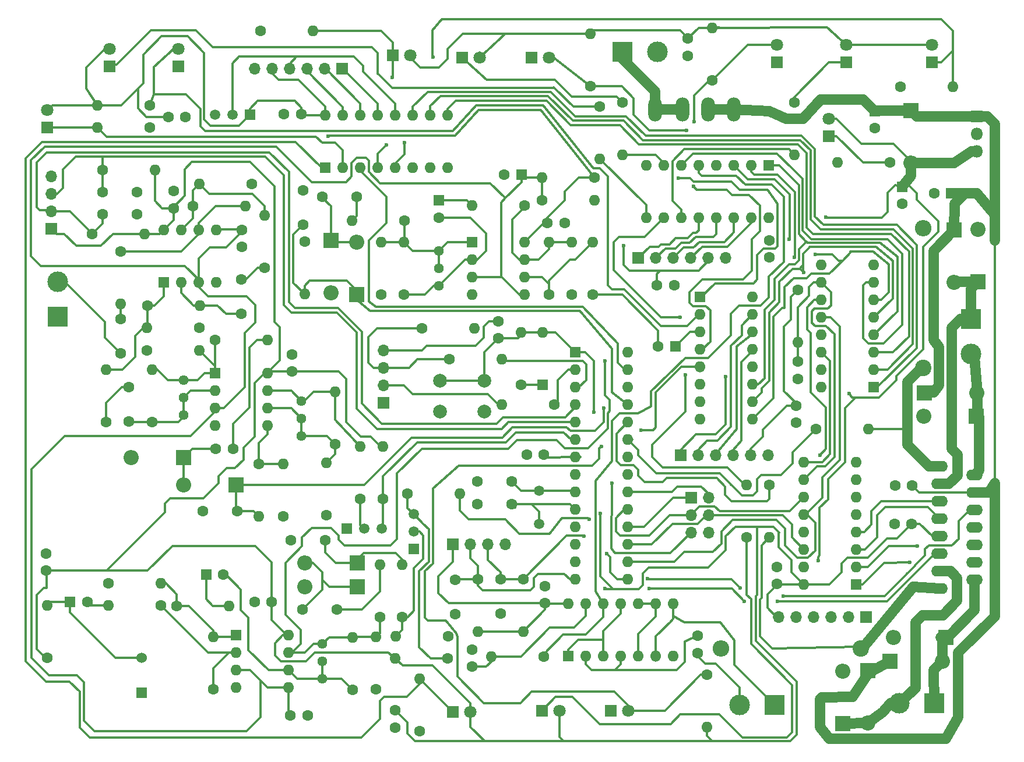
<source format=gbr>
G04 #@! TF.FileFunction,Copper,L2,Bot,Signal*
%FSLAX46Y46*%
G04 Gerber Fmt 4.6, Leading zero omitted, Abs format (unit mm)*
G04 Created by KiCad (PCBNEW 4.0.7) date 09/25/21 22:27:00*
%MOMM*%
%LPD*%
G01*
G04 APERTURE LIST*
%ADD10C,0.100000*%
%ADD11R,1.600000X1.600000*%
%ADD12O,1.600000X1.600000*%
%ADD13C,1.600000*%
%ADD14C,2.400000*%
%ADD15O,2.400000X2.400000*%
%ADD16O,2.000000X3.500000*%
%ADD17R,2.200000X2.200000*%
%ADD18O,2.200000X2.200000*%
%ADD19R,1.800000X1.800000*%
%ADD20C,1.800000*%
%ADD21R,3.000000X3.000000*%
%ADD22C,3.000000*%
%ADD23R,1.700000X1.700000*%
%ADD24O,1.700000X1.700000*%
%ADD25R,1.524000X1.524000*%
%ADD26C,1.524000*%
%ADD27C,1.520000*%
%ADD28R,1.520000X1.520000*%
%ADD29C,1.440000*%
%ADD30C,2.000000*%
%ADD31O,1.800000X1.800000*%
%ADD32O,2.400000X1.600000*%
%ADD33C,1.500000*%
%ADD34C,0.600000*%
%ADD35C,0.350000*%
%ADD36C,1.500000*%
G04 APERTURE END LIST*
D10*
D11*
X135120000Y-132040000D03*
D12*
X150360000Y-124420000D03*
X137660000Y-132040000D03*
X147820000Y-124420000D03*
X140200000Y-132040000D03*
X145280000Y-124420000D03*
X142740000Y-132040000D03*
X142740000Y-124420000D03*
X145280000Y-132040000D03*
X140200000Y-124420000D03*
X147820000Y-132040000D03*
X137660000Y-124420000D03*
X150360000Y-132040000D03*
X135120000Y-124420000D03*
D13*
X117630000Y-129170000D03*
D12*
X110010000Y-129170000D03*
D11*
X76310000Y-77720000D03*
D12*
X83930000Y-70100000D03*
X78850000Y-77720000D03*
X81390000Y-70100000D03*
X81390000Y-77720000D03*
X78850000Y-70100000D03*
X83930000Y-77720000D03*
X76310000Y-70100000D03*
D14*
X177590000Y-130930000D03*
D15*
X157270000Y-130930000D03*
D16*
X151666000Y-52578000D03*
X147716000Y-52578000D03*
X155416000Y-52578000D03*
X159116000Y-52578000D03*
D11*
X183600000Y-63800000D03*
D13*
X183600000Y-66300000D03*
X124968000Y-85852000D03*
X124968000Y-83352000D03*
D11*
X179675000Y-52800000D03*
D13*
X179675000Y-55300000D03*
X131550000Y-102775000D03*
X129050000Y-102775000D03*
X168190000Y-95630000D03*
X168190000Y-98130000D03*
X165400000Y-121590000D03*
X165400000Y-119090000D03*
X121920000Y-106680000D03*
X126920000Y-106680000D03*
X121920000Y-109982000D03*
X126920000Y-109982000D03*
X184990000Y-112850000D03*
X182490000Y-112850000D03*
X92010000Y-124210000D03*
X89510000Y-124210000D03*
X147970000Y-78120000D03*
X150470000Y-78120000D03*
D11*
X62738000Y-124206000D03*
D13*
X65238000Y-124206000D03*
D11*
X128330000Y-62030000D03*
D13*
X125830000Y-62030000D03*
D11*
X82490000Y-120210000D03*
D13*
X84990000Y-120210000D03*
X96530000Y-125280000D03*
X101530000Y-125280000D03*
X94770000Y-115170000D03*
X99770000Y-115170000D03*
X164290000Y-71570000D03*
X164290000Y-74070000D03*
X59280000Y-119630000D03*
X59280000Y-117130000D03*
X132080000Y-69088000D03*
X134580000Y-69088000D03*
D11*
X150680000Y-87010000D03*
D13*
X148180000Y-87010000D03*
D11*
X116332000Y-65786000D03*
D13*
X116332000Y-68286000D03*
X104380000Y-65270000D03*
X99380000Y-65270000D03*
X96620000Y-69350000D03*
X96620000Y-64350000D03*
X77760000Y-66920000D03*
X77760000Y-64420000D03*
X94996000Y-90678000D03*
X94996000Y-88178000D03*
X70070000Y-83020000D03*
X70070000Y-88020000D03*
X87630000Y-82296000D03*
X87630000Y-77296000D03*
X71300000Y-97960000D03*
X71300000Y-92960000D03*
X86410000Y-101880000D03*
X83910000Y-101880000D03*
X81980000Y-110980000D03*
X86980000Y-110980000D03*
D11*
X131350000Y-92570000D03*
D12*
X131350000Y-84950000D03*
D17*
X184900000Y-52730000D03*
D18*
X184900000Y-60350000D03*
D19*
X172920000Y-56410000D03*
D20*
X172920000Y-53870000D03*
D17*
X191110000Y-70070000D03*
D18*
X191110000Y-77690000D03*
D17*
X194600000Y-77620000D03*
D18*
X194600000Y-70000000D03*
D17*
X178620000Y-134200000D03*
D18*
X178620000Y-141820000D03*
D17*
X175020000Y-141880000D03*
D18*
X175020000Y-134260000D03*
D17*
X186860000Y-93820000D03*
D18*
X194480000Y-93820000D03*
D17*
X194410000Y-97180000D03*
D18*
X186790000Y-97180000D03*
D17*
X181864000Y-132842000D03*
D18*
X189484000Y-132842000D03*
D17*
X190000000Y-129300000D03*
D18*
X182380000Y-129300000D03*
D19*
X175450000Y-45710000D03*
D20*
X175450000Y-43170000D03*
D19*
X131280000Y-139980000D03*
D20*
X133820000Y-139980000D03*
D19*
X68500000Y-46280000D03*
D20*
X68500000Y-43740000D03*
D19*
X119720000Y-45000000D03*
D20*
X122260000Y-45000000D03*
D21*
X143002000Y-44196000D03*
D22*
X148082000Y-44196000D03*
D23*
X108240000Y-95190000D03*
D24*
X108240000Y-92650000D03*
X108240000Y-90110000D03*
X108240000Y-87570000D03*
D23*
X152925000Y-109050000D03*
D24*
X155465000Y-109050000D03*
X152925000Y-111590000D03*
X155465000Y-111590000D03*
X152925000Y-114130000D03*
X155465000Y-114130000D03*
D21*
X193610000Y-83050000D03*
D22*
X193610000Y-88130000D03*
D21*
X188290000Y-138950000D03*
D22*
X183210000Y-138950000D03*
D21*
X165050000Y-139180000D03*
D22*
X159970000Y-139180000D03*
D21*
X60970000Y-82700000D03*
D22*
X60970000Y-77620000D03*
D25*
X73152000Y-137414000D03*
D26*
X73152000Y-132334000D03*
D19*
X118364000Y-140208000D03*
D20*
X120904000Y-140208000D03*
D19*
X187960000Y-45720000D03*
D20*
X187960000Y-43180000D03*
D19*
X59450000Y-55175000D03*
D20*
X59450000Y-52635000D03*
D19*
X109610000Y-44650000D03*
D20*
X112150000Y-44650000D03*
D19*
X165430000Y-45710000D03*
D20*
X165430000Y-43170000D03*
D19*
X141290000Y-139980000D03*
D20*
X143830000Y-139980000D03*
D19*
X78500000Y-46280000D03*
D20*
X78500000Y-43740000D03*
D19*
X129730000Y-45000000D03*
D20*
X132270000Y-45000000D03*
D27*
X112650000Y-113970000D03*
X112650000Y-111430000D03*
D28*
X112650000Y-116510000D03*
D27*
X105465000Y-113550000D03*
X108005000Y-113550000D03*
D28*
X102925000Y-113550000D03*
D13*
X113860000Y-84380000D03*
D12*
X121480000Y-84380000D03*
D13*
X117856000Y-88900000D03*
D12*
X125476000Y-88900000D03*
D13*
X128240000Y-92590000D03*
D12*
X128240000Y-84970000D03*
D13*
X181825000Y-60275000D03*
D12*
X174205000Y-60275000D03*
D13*
X59436000Y-132334000D03*
D12*
X59436000Y-124714000D03*
D13*
X138938000Y-62484000D03*
D12*
X131318000Y-62484000D03*
D13*
X131318000Y-65786000D03*
D12*
X138938000Y-65786000D03*
D13*
X75946000Y-124714000D03*
D12*
X68326000Y-124714000D03*
D13*
X83566000Y-136906000D03*
D12*
X83566000Y-129286000D03*
D13*
X68280000Y-121500000D03*
D12*
X75900000Y-121500000D03*
D14*
X186690000Y-90170000D03*
D15*
X186690000Y-69850000D03*
D13*
X164338000Y-107188000D03*
D12*
X164338000Y-114808000D03*
D13*
X78220000Y-124740000D03*
D12*
X85840000Y-124740000D03*
D13*
X171070000Y-99020000D03*
D12*
X178690000Y-99020000D03*
D13*
X103750000Y-136970000D03*
D12*
X103750000Y-129350000D03*
D13*
X107188000Y-136906000D03*
D12*
X107188000Y-129286000D03*
D13*
X110950000Y-126370000D03*
D12*
X110950000Y-118750000D03*
D13*
X117570000Y-132380000D03*
D12*
X109950000Y-132380000D03*
D13*
X168420000Y-78820000D03*
D12*
X168420000Y-86440000D03*
D13*
X107790000Y-126400000D03*
D12*
X107790000Y-118780000D03*
D13*
X138340000Y-49130000D03*
D12*
X138340000Y-41510000D03*
D13*
X111340000Y-68700000D03*
D12*
X103720000Y-68700000D03*
D13*
X74270000Y-51920000D03*
D12*
X66650000Y-51920000D03*
D13*
X155230000Y-134780000D03*
D12*
X155230000Y-142400000D03*
D13*
X83820000Y-86106000D03*
D12*
X91440000Y-86106000D03*
D13*
X155990000Y-48340000D03*
D12*
X155990000Y-40720000D03*
D13*
X90424000Y-41148000D03*
D12*
X98044000Y-41148000D03*
D13*
X74290000Y-55170000D03*
D12*
X66670000Y-55170000D03*
D13*
X183388000Y-49276000D03*
D12*
X191008000Y-49276000D03*
D13*
X113500000Y-143000000D03*
D12*
X113500000Y-135380000D03*
D13*
X167950000Y-51520000D03*
D12*
X167950000Y-59140000D03*
D13*
X161036000Y-114808000D03*
D12*
X161036000Y-107188000D03*
D13*
X139710000Y-52120000D03*
D12*
X139710000Y-59740000D03*
D13*
X143002000Y-51562000D03*
D12*
X143002000Y-59182000D03*
D13*
X138684000Y-79502000D03*
D12*
X138684000Y-71882000D03*
D13*
X132334000Y-79502000D03*
D12*
X132334000Y-71882000D03*
D13*
X135636000Y-79502000D03*
D12*
X135636000Y-71882000D03*
D13*
X128778000Y-66548000D03*
D12*
X121158000Y-66548000D03*
D13*
X111252000Y-79502000D03*
D12*
X111252000Y-71882000D03*
D13*
X107950000Y-79502000D03*
D12*
X107950000Y-71882000D03*
D13*
X96800000Y-71800000D03*
D12*
X96800000Y-79420000D03*
D13*
X70100000Y-73190000D03*
D12*
X70100000Y-80810000D03*
D13*
X80550000Y-66610000D03*
D12*
X88170000Y-66610000D03*
D13*
X89100000Y-63370000D03*
D12*
X81480000Y-63370000D03*
D13*
X90980000Y-75550000D03*
D12*
X90980000Y-67930000D03*
D13*
X73950000Y-81040000D03*
D12*
X81570000Y-81040000D03*
D13*
X81530000Y-84320000D03*
D12*
X73910000Y-84320000D03*
D13*
X67920000Y-97990000D03*
D12*
X67920000Y-90370000D03*
D13*
X74676000Y-98044000D03*
D12*
X74676000Y-90424000D03*
D13*
X73914000Y-87630000D03*
D12*
X81534000Y-87630000D03*
D13*
X90170000Y-104140000D03*
D12*
X90170000Y-111760000D03*
D13*
X93726000Y-111760000D03*
D12*
X93726000Y-104140000D03*
D13*
X99970000Y-111560000D03*
D12*
X99970000Y-103940000D03*
D13*
X101250000Y-101250000D03*
D12*
X101250000Y-93630000D03*
D13*
X104902000Y-109220000D03*
D12*
X104902000Y-101600000D03*
D13*
X108204000Y-109220000D03*
D12*
X108204000Y-101600000D03*
D29*
X99410000Y-130310000D03*
X99410000Y-132850000D03*
X99410000Y-135390000D03*
X116332000Y-73152000D03*
X116332000Y-75692000D03*
X116332000Y-78232000D03*
X79248000Y-91948000D03*
X79248000Y-94488000D03*
X79248000Y-97028000D03*
X96340000Y-94940000D03*
X96340000Y-97480000D03*
X96340000Y-100020000D03*
D30*
X122936000Y-92020000D03*
X122936000Y-96520000D03*
X116436000Y-92020000D03*
X116436000Y-96520000D03*
D11*
X136144000Y-87884000D03*
D12*
X143764000Y-120904000D03*
X136144000Y-90424000D03*
X143764000Y-118364000D03*
X136144000Y-92964000D03*
X143764000Y-115824000D03*
X136144000Y-95504000D03*
X143764000Y-113284000D03*
X136144000Y-98044000D03*
X143764000Y-110744000D03*
X136144000Y-100584000D03*
X143764000Y-108204000D03*
X136144000Y-103124000D03*
X143764000Y-105664000D03*
X136144000Y-105664000D03*
X143764000Y-103124000D03*
X136144000Y-108204000D03*
X143764000Y-100584000D03*
X136144000Y-110744000D03*
X143764000Y-98044000D03*
X136144000Y-113284000D03*
X143764000Y-95504000D03*
X136144000Y-115824000D03*
X143764000Y-92964000D03*
X136144000Y-118364000D03*
X143764000Y-90424000D03*
X136144000Y-120904000D03*
X143764000Y-87884000D03*
D19*
X194450000Y-53600000D03*
D31*
X194450000Y-56140000D03*
X194450000Y-58680000D03*
D11*
X176940000Y-121620000D03*
D12*
X169320000Y-103840000D03*
X176940000Y-119080000D03*
X169320000Y-106380000D03*
X176940000Y-116540000D03*
X169320000Y-108920000D03*
X176940000Y-114000000D03*
X169320000Y-111460000D03*
X176940000Y-111460000D03*
X169320000Y-114000000D03*
X176940000Y-108920000D03*
X169320000Y-116540000D03*
X176940000Y-106380000D03*
X169320000Y-119080000D03*
X176940000Y-103840000D03*
X169320000Y-121620000D03*
D32*
X189050000Y-104490000D03*
X194130000Y-105760000D03*
X189050000Y-107030000D03*
X194130000Y-108300000D03*
X189050000Y-109570000D03*
X194130000Y-110840000D03*
X189050000Y-112110000D03*
X194130000Y-113380000D03*
X189050000Y-114650000D03*
X194130000Y-115920000D03*
X189050000Y-117190000D03*
X194130000Y-118460000D03*
X189050000Y-119730000D03*
X194130000Y-121000000D03*
X189050000Y-122270000D03*
D11*
X179502000Y-92960000D03*
D12*
X171882000Y-75180000D03*
X179502000Y-90420000D03*
X171882000Y-77720000D03*
X179502000Y-87880000D03*
X171882000Y-80260000D03*
X179502000Y-85340000D03*
X171882000Y-82800000D03*
X179502000Y-82800000D03*
X171882000Y-85340000D03*
X179502000Y-80260000D03*
X171882000Y-87880000D03*
X179502000Y-77720000D03*
X171882000Y-90420000D03*
X179502000Y-75180000D03*
X171882000Y-92960000D03*
D27*
X86310000Y-53340000D03*
X83770000Y-53340000D03*
D28*
X88850000Y-53340000D03*
D11*
X164210000Y-60690000D03*
D12*
X146430000Y-68310000D03*
X161670000Y-60690000D03*
X148970000Y-68310000D03*
X159130000Y-60690000D03*
X151510000Y-68310000D03*
X156590000Y-60690000D03*
X154050000Y-68310000D03*
X154050000Y-60690000D03*
X156590000Y-68310000D03*
X151510000Y-60690000D03*
X159130000Y-68310000D03*
X148970000Y-60690000D03*
X161670000Y-68310000D03*
X146430000Y-60690000D03*
X164210000Y-68310000D03*
D11*
X154240000Y-79830000D03*
D12*
X161860000Y-97610000D03*
X154240000Y-82370000D03*
X161860000Y-95070000D03*
X154240000Y-84910000D03*
X161860000Y-92530000D03*
X154240000Y-87450000D03*
X161860000Y-89990000D03*
X154240000Y-89990000D03*
X161860000Y-87450000D03*
X154240000Y-92530000D03*
X161860000Y-84910000D03*
X154240000Y-95070000D03*
X161860000Y-82370000D03*
X154240000Y-97610000D03*
X161860000Y-79830000D03*
D11*
X99820000Y-61040000D03*
D12*
X117600000Y-53420000D03*
X102360000Y-61040000D03*
X115060000Y-53420000D03*
X104900000Y-61040000D03*
X112520000Y-53420000D03*
X107440000Y-61040000D03*
X109980000Y-53420000D03*
X109980000Y-61040000D03*
X107440000Y-53420000D03*
X112520000Y-61040000D03*
X104900000Y-53420000D03*
X115060000Y-61040000D03*
X102360000Y-53420000D03*
X117600000Y-61040000D03*
X99820000Y-53420000D03*
D33*
X130870000Y-112850000D03*
X130870000Y-107970000D03*
D13*
X185070000Y-107260000D03*
X182570000Y-107260000D03*
D11*
X190754000Y-64770000D03*
D13*
X188254000Y-64770000D03*
X96310000Y-53230000D03*
X93810000Y-53230000D03*
D23*
X151400000Y-102800000D03*
D24*
X153940000Y-102800000D03*
X156480000Y-102800000D03*
X159020000Y-102800000D03*
X161560000Y-102800000D03*
X164100000Y-102800000D03*
D23*
X145288000Y-74168000D03*
D24*
X147828000Y-74168000D03*
X150368000Y-74168000D03*
X152908000Y-74168000D03*
X155448000Y-74168000D03*
X157988000Y-74168000D03*
D23*
X102220000Y-46630000D03*
D24*
X99680000Y-46630000D03*
X97140000Y-46630000D03*
X94600000Y-46630000D03*
X92060000Y-46630000D03*
X89520000Y-46630000D03*
D17*
X104440000Y-121960000D03*
D18*
X96820000Y-121960000D03*
D17*
X104470000Y-118520000D03*
D18*
X96850000Y-118520000D03*
D17*
X100600000Y-71600000D03*
D18*
X100600000Y-79220000D03*
D17*
X104394000Y-79502000D03*
D18*
X104394000Y-71882000D03*
D17*
X79210000Y-103170000D03*
D18*
X71590000Y-103170000D03*
D17*
X86868000Y-107188000D03*
D18*
X79248000Y-107188000D03*
D11*
X86868000Y-129032000D03*
D12*
X94488000Y-136652000D03*
X86868000Y-131572000D03*
X94488000Y-134112000D03*
X86868000Y-134112000D03*
X94488000Y-131572000D03*
X86868000Y-136652000D03*
X94488000Y-129032000D03*
D11*
X121158000Y-71882000D03*
D12*
X128778000Y-79502000D03*
X121158000Y-74422000D03*
X128778000Y-76962000D03*
X121158000Y-76962000D03*
X128778000Y-74422000D03*
X121158000Y-79502000D03*
X128778000Y-71882000D03*
D11*
X83820000Y-90932000D03*
D12*
X91440000Y-98552000D03*
X83820000Y-93472000D03*
X91440000Y-96012000D03*
X83820000Y-96012000D03*
X91440000Y-93472000D03*
X83820000Y-98552000D03*
X91440000Y-90932000D03*
D13*
X109982000Y-139954000D03*
X109982000Y-142454000D03*
X152500000Y-42250000D03*
X152500000Y-44750000D03*
X77000000Y-53640000D03*
X79500000Y-53640000D03*
X87700000Y-70050000D03*
X87700000Y-72550000D03*
X94742000Y-140716000D03*
X97242000Y-140716000D03*
X133096000Y-95504000D03*
D12*
X125476000Y-95504000D03*
D13*
X67440000Y-64580000D03*
X72440000Y-64580000D03*
X67420000Y-67780000D03*
X72420000Y-67780000D03*
D23*
X60010000Y-69910000D03*
D24*
X60010000Y-67370000D03*
X60010000Y-64830000D03*
X60010000Y-62290000D03*
D13*
X65910000Y-70660000D03*
D12*
X73530000Y-70660000D03*
D13*
X67440000Y-61330000D03*
D12*
X75060000Y-61330000D03*
D13*
X153920000Y-129110000D03*
X153920000Y-131610000D03*
X131730000Y-124380000D03*
X131730000Y-121880000D03*
X121158000Y-133604000D03*
X121158000Y-131104000D03*
X131520000Y-132130000D03*
D12*
X123900000Y-132130000D03*
D23*
X178370000Y-126340000D03*
D24*
X175830000Y-126340000D03*
X173290000Y-126340000D03*
X170750000Y-126340000D03*
X168210000Y-126340000D03*
X165670000Y-126340000D03*
D13*
X125270000Y-120860000D03*
X125270000Y-125860000D03*
X118710000Y-120920000D03*
X118710000Y-125920000D03*
X168450000Y-89230000D03*
X168450000Y-91730000D03*
D23*
X118364000Y-115824000D03*
D24*
X120904000Y-115824000D03*
X123444000Y-115824000D03*
X125984000Y-115824000D03*
D13*
X128540000Y-120840000D03*
D12*
X128540000Y-128460000D03*
D13*
X121980000Y-120860000D03*
D12*
X121980000Y-128480000D03*
D13*
X111740000Y-108450000D03*
D12*
X119360000Y-108450000D03*
D34*
X138800000Y-96600000D03*
X141430000Y-106940000D03*
X140410000Y-122270000D03*
X143180000Y-72350000D03*
X139780000Y-111270000D03*
X100220000Y-56470000D03*
X171410000Y-118130000D03*
X172560000Y-68170000D03*
X175870000Y-93880000D03*
X140420000Y-89120000D03*
X140240000Y-95980000D03*
X171640000Y-102820000D03*
X115440000Y-44920000D03*
X111330000Y-57400000D03*
X109550000Y-47930000D03*
X108690000Y-57700000D03*
X153416000Y-54356000D03*
X151100000Y-62560000D03*
X139930000Y-101560000D03*
X145720000Y-99190000D03*
X152290000Y-55600000D03*
X153310000Y-63740000D03*
X138140000Y-112140000D03*
X185850000Y-116060000D03*
X184680000Y-118460000D03*
X169290000Y-76220000D03*
X167940000Y-74050000D03*
X167220000Y-71410000D03*
X171020000Y-73620000D03*
X152146000Y-91186000D03*
X151384000Y-82804000D03*
X157960000Y-91440000D03*
X166350000Y-123300000D03*
X160120000Y-122180000D03*
X146640000Y-120770000D03*
X146910000Y-122260000D03*
X165470000Y-124090000D03*
X160670000Y-124050000D03*
X137390000Y-114600000D03*
X140700000Y-117160000D03*
D35*
X128240000Y-84970000D02*
X128240000Y-85390000D01*
X128240000Y-85390000D02*
X127778000Y-85852000D01*
X127778000Y-85852000D02*
X124968000Y-85852000D01*
X122936000Y-92020000D02*
X122936000Y-87884000D01*
X122936000Y-87884000D02*
X124968000Y-85852000D01*
X136144000Y-87884000D02*
X137584000Y-87884000D01*
X138800000Y-89100000D02*
X138800000Y-96600000D01*
X137584000Y-87884000D02*
X138800000Y-89100000D01*
X149955000Y-117100000D02*
X152925000Y-114130000D01*
X141850000Y-117100000D02*
X149955000Y-117100000D01*
X141380000Y-116410000D02*
X141850000Y-117100000D01*
X141410000Y-106960000D02*
X141380000Y-116410000D01*
X141430000Y-106940000D02*
X141410000Y-106960000D01*
X122936000Y-92020000D02*
X116436000Y-92020000D01*
X122936000Y-92020000D02*
X122936000Y-91820000D01*
X131350000Y-84950000D02*
X133210000Y-84950000D01*
X133210000Y-84950000D02*
X136144000Y-87884000D01*
X128240000Y-84970000D02*
X131330000Y-84970000D01*
X131330000Y-84970000D02*
X131350000Y-84950000D01*
X127880000Y-85330000D02*
X128240000Y-84970000D01*
X124968000Y-83352000D02*
X123568000Y-83352000D01*
X113850000Y-87570000D02*
X108240000Y-87570000D01*
X114530000Y-86890000D02*
X113850000Y-87570000D01*
X121630000Y-86890000D02*
X114530000Y-86890000D01*
X122820000Y-85700000D02*
X121630000Y-86890000D01*
X122820000Y-84100000D02*
X122820000Y-85700000D01*
X123568000Y-83352000D02*
X122820000Y-84100000D01*
X124718000Y-83102000D02*
X124968000Y-83352000D01*
X194130000Y-108300000D02*
X186110000Y-108300000D01*
X186110000Y-108300000D02*
X185070000Y-107260000D01*
D36*
X159116000Y-52578000D02*
X164338000Y-52832000D01*
X177965000Y-51090000D02*
X179675000Y-52800000D01*
X171760000Y-51090000D02*
X177965000Y-51090000D01*
X169240000Y-53864000D02*
X171760000Y-51090000D01*
X166770000Y-53864000D02*
X169240000Y-53864000D01*
X164338000Y-52832000D02*
X166770000Y-53864000D01*
X155416000Y-52578000D02*
X159116000Y-52578000D01*
X184900000Y-52730000D02*
X179745000Y-52730000D01*
X179745000Y-52730000D02*
X179675000Y-52800000D01*
X189794000Y-53594000D02*
X185764000Y-53594000D01*
X185764000Y-53594000D02*
X184900000Y-52730000D01*
X197060000Y-71575000D02*
X197060000Y-54635000D01*
X196019000Y-53594000D02*
X194450000Y-53600000D01*
X197060000Y-54635000D02*
X196019000Y-53594000D01*
X189794000Y-53594000D02*
X194450000Y-53600000D01*
X197060000Y-125984000D02*
X197060000Y-126282000D01*
X191770000Y-131572000D02*
X191770000Y-140970000D01*
X197060000Y-126282000D02*
X191770000Y-131572000D01*
X178620000Y-134200000D02*
X178620000Y-134708000D01*
X178620000Y-134708000D02*
X176415664Y-137965856D01*
X176415664Y-137965856D02*
X171969107Y-138072884D01*
X171969107Y-138072884D02*
X171715107Y-138326884D01*
X171715107Y-138326884D02*
X171706000Y-142350000D01*
X171706000Y-142350000D02*
X173067762Y-144070539D01*
X173067762Y-144070539D02*
X189988000Y-144062000D01*
X189988000Y-144062000D02*
X191770000Y-140970000D01*
X197060000Y-125984000D02*
X197060000Y-106910000D01*
X181864000Y-132842000D02*
X178832000Y-134412000D01*
X178832000Y-134412000D02*
X178620000Y-134200000D01*
X194130000Y-108300000D02*
X196250000Y-108300000D01*
X197060000Y-67840000D02*
X194470000Y-64770000D01*
D35*
X197060000Y-106910000D02*
X197060000Y-71575000D01*
D36*
X197060000Y-71575000D02*
X197060000Y-67840000D01*
X196250000Y-108300000D02*
X197060000Y-106910000D01*
X191110000Y-70070000D02*
X191262000Y-66294000D01*
X191262000Y-66294000D02*
X192786000Y-64770000D01*
X194450000Y-53600000D02*
X195212000Y-53600000D01*
X194470000Y-64770000D02*
X192786000Y-64770000D01*
X192786000Y-64770000D02*
X190754000Y-64770000D01*
D35*
X185070000Y-107260000D02*
X185470000Y-107260000D01*
X194120000Y-108310000D02*
X194130000Y-108300000D01*
D36*
X186944000Y-93726000D02*
X188214000Y-93726000D01*
X188214000Y-73152000D02*
X191110000Y-70070000D01*
X188214000Y-86106000D02*
X188214000Y-73152000D01*
X188920000Y-87062000D02*
X188214000Y-86106000D01*
X188920000Y-92650000D02*
X188920000Y-87062000D01*
X188214000Y-93726000D02*
X188920000Y-92650000D01*
D35*
X73100000Y-137490000D02*
X73100000Y-137616000D01*
X84328000Y-105918000D02*
X85506000Y-104740000D01*
X84320000Y-105918000D02*
X84328000Y-105918000D01*
X84320000Y-105918000D02*
X84320000Y-106900000D01*
X109950000Y-132380000D02*
X109990000Y-132380000D01*
X109990000Y-132380000D02*
X111030000Y-133420000D01*
X120904000Y-138944000D02*
X120904000Y-140208000D01*
X115380000Y-133420000D02*
X120904000Y-138944000D01*
X111030000Y-133420000D02*
X115380000Y-133420000D01*
X120904000Y-140208000D02*
X120904000Y-142364000D01*
X120904000Y-142364000D02*
X122970000Y-144430000D01*
X92010000Y-124210000D02*
X92010000Y-118410000D01*
X74000000Y-119630000D02*
X68020000Y-119630000D01*
X77620000Y-116010000D02*
X74000000Y-119630000D01*
X89610000Y-116010000D02*
X77620000Y-116010000D01*
X92010000Y-118410000D02*
X89610000Y-116010000D01*
X93618000Y-129032000D02*
X94488000Y-129032000D01*
X101600000Y-131560000D02*
X98240000Y-131560000D01*
X98240000Y-131560000D02*
X96970000Y-132830000D01*
X96970000Y-132830000D02*
X93350000Y-132830000D01*
X93350000Y-132830000D02*
X92480000Y-131960000D01*
X92480000Y-131960000D02*
X92480000Y-130170000D01*
X92480000Y-130170000D02*
X93618000Y-129032000D01*
X168310000Y-143450000D02*
X168310000Y-135790000D01*
X128540000Y-128460000D02*
X122000000Y-128460000D01*
X122000000Y-128460000D02*
X121980000Y-128480000D01*
X131730000Y-124380000D02*
X131730000Y-125270000D01*
X131730000Y-125270000D02*
X128540000Y-128460000D01*
X131730000Y-124380000D02*
X117710000Y-124380000D01*
X118364000Y-118346000D02*
X118364000Y-115824000D01*
X116230000Y-120480000D02*
X118364000Y-118346000D01*
X116230000Y-122900000D02*
X116230000Y-120480000D01*
X117710000Y-124380000D02*
X116230000Y-122900000D01*
X120904000Y-140208000D02*
X120802000Y-140208000D01*
X161560000Y-102800000D02*
X161560000Y-101910000D01*
X166880000Y-95630000D02*
X168190000Y-95630000D01*
X163380000Y-99130000D02*
X166880000Y-95630000D01*
X163380000Y-100090000D02*
X163380000Y-99130000D01*
X161560000Y-101910000D02*
X163380000Y-100090000D01*
X94488000Y-129032000D02*
X94234000Y-129032000D01*
X94234000Y-129032000D02*
X92010000Y-126808000D01*
X92010000Y-126808000D02*
X92010000Y-124210000D01*
X59280000Y-119630000D02*
X68020000Y-119630000D01*
X82140000Y-109080000D02*
X84320000Y-106900000D01*
X86710000Y-104740000D02*
X85506000Y-104740000D01*
X90958000Y-90932000D02*
X89570000Y-92320000D01*
X89570000Y-92320000D02*
X89570000Y-100170000D01*
X89570000Y-100170000D02*
X87970000Y-101770000D01*
X87970000Y-101770000D02*
X87970000Y-103480000D01*
X87970000Y-103480000D02*
X86710000Y-104740000D01*
X68020000Y-119630000D02*
X76500000Y-111150000D01*
X76500000Y-111150000D02*
X76500000Y-109860000D01*
X76500000Y-109860000D02*
X77280000Y-109080000D01*
X77280000Y-109080000D02*
X82140000Y-109080000D01*
X155230000Y-142400000D02*
X155230000Y-143650000D01*
X155230000Y-143650000D02*
X156010000Y-144430000D01*
X133820000Y-139980000D02*
X133820000Y-143840000D01*
X133820000Y-143840000D02*
X134410000Y-144430000D01*
X154800000Y-144430000D02*
X134410000Y-144430000D01*
X166940000Y-144430000D02*
X167330000Y-144430000D01*
X162330000Y-123370000D02*
X162500000Y-123200000D01*
X162330000Y-129810000D02*
X162330000Y-123370000D01*
X168310000Y-135790000D02*
X162330000Y-129810000D01*
X167330000Y-144430000D02*
X168310000Y-143450000D01*
X162500000Y-123200000D02*
X162500000Y-113240000D01*
X166940000Y-144430000D02*
X156010000Y-144430000D01*
X156010000Y-144430000D02*
X154800000Y-144430000D01*
X134410000Y-144430000D02*
X125150000Y-144430000D01*
X125150000Y-144430000D02*
X122970000Y-144430000D01*
X122970000Y-144430000D02*
X121420000Y-144430000D01*
X111750000Y-141722000D02*
X109982000Y-139954000D01*
X111750000Y-143330000D02*
X111750000Y-141722000D01*
X112850000Y-144430000D02*
X111750000Y-143330000D01*
X121420000Y-144430000D02*
X112850000Y-144430000D01*
X168190000Y-95630000D02*
X168190000Y-95210000D01*
X168190000Y-95210000D02*
X166470000Y-93490000D01*
X167470000Y-79770000D02*
X168420000Y-78820000D01*
X167470000Y-83150000D02*
X167470000Y-79770000D01*
X166470000Y-84150000D02*
X167470000Y-83150000D01*
X166470000Y-93490000D02*
X166470000Y-84150000D01*
X165400000Y-121590000D02*
X165400000Y-121680000D01*
X165400000Y-121680000D02*
X164040000Y-123040000D01*
X164040000Y-125040000D02*
X165340000Y-126340000D01*
X164040000Y-123040000D02*
X164040000Y-125040000D01*
X165340000Y-126340000D02*
X165670000Y-126340000D01*
X171410000Y-118130000D02*
X171410000Y-117660000D01*
X172840000Y-106340000D02*
X175350000Y-103830000D01*
X172840000Y-109270000D02*
X172840000Y-106340000D01*
X171630000Y-110480000D02*
X172840000Y-109270000D01*
X171630000Y-117440000D02*
X171630000Y-110480000D01*
X171410000Y-117660000D02*
X171630000Y-117440000D01*
X143170000Y-122300000D02*
X140450000Y-122310000D01*
X140450000Y-122310000D02*
X140410000Y-122270000D01*
X135120000Y-124420000D02*
X131770000Y-124420000D01*
X131770000Y-124420000D02*
X131730000Y-124380000D01*
X169320000Y-121620000D02*
X173070000Y-121620000D01*
X182870000Y-114970000D02*
X184990000Y-112850000D01*
X181390000Y-114970000D02*
X182870000Y-114970000D01*
X178580000Y-117780000D02*
X181390000Y-114970000D01*
X175620000Y-117780000D02*
X178580000Y-117780000D01*
X174850000Y-118550000D02*
X175620000Y-117780000D01*
X174850000Y-119840000D02*
X174850000Y-118550000D01*
X173070000Y-121620000D02*
X174850000Y-119840000D01*
X184990000Y-112850000D02*
X186190000Y-112850000D01*
X186190000Y-112850000D02*
X187990000Y-114650000D01*
X187990000Y-114650000D02*
X189050000Y-114650000D01*
X133820000Y-139980000D02*
X133820000Y-140490000D01*
X120904000Y-140208000D02*
X121282000Y-140208000D01*
X101600000Y-131560000D02*
X108954000Y-131560000D01*
X108954000Y-131560000D02*
X109950000Y-132380000D01*
X155990000Y-40720000D02*
X154030000Y-40720000D01*
X154030000Y-40720000D02*
X152500000Y-42250000D01*
X152500000Y-42250000D02*
X152500000Y-42140000D01*
X152500000Y-42140000D02*
X151390000Y-41030000D01*
X151390000Y-41030000D02*
X138840000Y-41010000D01*
X138840000Y-41010000D02*
X138340000Y-41510000D01*
X77760000Y-66920000D02*
X76120000Y-66920000D01*
X75060000Y-65860000D02*
X75060000Y-61330000D01*
X76120000Y-66920000D02*
X75060000Y-65860000D01*
X73530000Y-70660000D02*
X68960000Y-70660000D01*
X61890000Y-70660000D02*
X60760000Y-70660000D01*
X63630000Y-72400000D02*
X61890000Y-70660000D01*
X67220000Y-72400000D02*
X63630000Y-72400000D01*
X68960000Y-70660000D02*
X67220000Y-72400000D01*
X60760000Y-70660000D02*
X60010000Y-69910000D01*
X73530000Y-70660000D02*
X75750000Y-70660000D01*
X75750000Y-70660000D02*
X76310000Y-70100000D01*
X77760000Y-66920000D02*
X77760000Y-68650000D01*
X77760000Y-68650000D02*
X76310000Y-70100000D01*
X81140000Y-60198000D02*
X80422000Y-60198000D01*
X79380000Y-65120000D02*
X77760000Y-66740000D01*
X79380000Y-61240000D02*
X79380000Y-65120000D01*
X80422000Y-60198000D02*
X79380000Y-61240000D01*
X77760000Y-66740000D02*
X77760000Y-66920000D01*
X68500000Y-43740000D02*
X67810000Y-43740000D01*
X67810000Y-43740000D02*
X65070000Y-46480000D01*
X102260000Y-131560000D02*
X101600000Y-131560000D01*
X110040000Y-132470000D02*
X109950000Y-132380000D01*
X77000000Y-53640000D02*
X73830000Y-53640000D01*
X72580000Y-52390000D02*
X72580000Y-49480000D01*
X73830000Y-53640000D02*
X72580000Y-52390000D01*
X73350000Y-47040000D02*
X73350000Y-48710000D01*
X73350000Y-47040000D02*
X73350000Y-44575000D01*
X73350000Y-44575000D02*
X76025000Y-41900000D01*
X76025000Y-41900000D02*
X79775000Y-41900000D01*
X79775000Y-41900000D02*
X82225000Y-44350000D01*
X82225000Y-44350000D02*
X82225000Y-54025000D01*
X82225000Y-54025000D02*
X83150000Y-54950000D01*
X83150000Y-54950000D02*
X87240000Y-54950000D01*
X87240000Y-54950000D02*
X88850000Y-53340000D01*
X73350000Y-48710000D02*
X72580000Y-49480000D01*
X70140000Y-51920000D02*
X66650000Y-51920000D01*
X72580000Y-49480000D02*
X70140000Y-51920000D01*
X66650000Y-51920000D02*
X60165000Y-51920000D01*
X60165000Y-51920000D02*
X59450000Y-52635000D01*
X66650000Y-51920000D02*
X66750000Y-51920000D01*
X66692500Y-51877500D02*
X66650000Y-51920000D01*
X59360000Y-122174000D02*
X59360000Y-119710000D01*
X59360000Y-119710000D02*
X59280000Y-119630000D01*
X169320000Y-121620000D02*
X165430000Y-121620000D01*
X165430000Y-121620000D02*
X165400000Y-121590000D01*
X165695000Y-114035000D02*
X165695000Y-116235000D01*
X167530000Y-119830000D02*
X169320000Y-121620000D01*
X167530000Y-118070000D02*
X167530000Y-119830000D01*
X165695000Y-116235000D02*
X167530000Y-118070000D01*
X147970000Y-78120000D02*
X147970000Y-76470000D01*
X147970000Y-76470000D02*
X148430000Y-76010000D01*
X91440000Y-90932000D02*
X90958000Y-90932000D01*
X59436000Y-132334000D02*
X59182000Y-132334000D01*
X59182000Y-132334000D02*
X57912000Y-131064000D01*
X57912000Y-131064000D02*
X57912000Y-123190000D01*
X57912000Y-123190000D02*
X58928000Y-122174000D01*
X58928000Y-122174000D02*
X59360000Y-122174000D01*
X136144000Y-103124000D02*
X131924000Y-103149000D01*
X131924000Y-103149000D02*
X131550000Y-102775000D01*
X108204000Y-101600000D02*
X107850000Y-101600000D01*
X107850000Y-101600000D02*
X106400000Y-100150000D01*
X106400000Y-100150000D02*
X104950000Y-100150000D01*
X104950000Y-100150000D02*
X102850000Y-98050000D01*
X102850000Y-98050000D02*
X102850000Y-91750000D01*
X102850000Y-91750000D02*
X101778000Y-90678000D01*
X101778000Y-90678000D02*
X94996000Y-90678000D01*
X91440000Y-90932000D02*
X91440000Y-90810000D01*
X91440000Y-90810000D02*
X93180000Y-89070000D01*
X92460000Y-81470000D02*
X92456000Y-81470000D01*
X92460000Y-83460000D02*
X92460000Y-81470000D01*
X93180000Y-84180000D02*
X92460000Y-83460000D01*
X93180000Y-89070000D02*
X93180000Y-84180000D01*
X94996000Y-90678000D02*
X91694000Y-90678000D01*
X91694000Y-90678000D02*
X91440000Y-90932000D01*
X91948000Y-90424000D02*
X91440000Y-90932000D01*
X88900000Y-60198000D02*
X81140000Y-60198000D01*
X92456000Y-63754000D02*
X88900000Y-60198000D01*
X92456000Y-82042000D02*
X92456000Y-81470000D01*
X92456000Y-81470000D02*
X92456000Y-63754000D01*
X76010000Y-69800000D02*
X76310000Y-70100000D01*
X155990000Y-40720000D02*
X156990000Y-40640000D01*
X155990000Y-40720000D02*
X172720000Y-40640000D01*
X172720000Y-40640000D02*
X175450000Y-43170000D01*
X112150000Y-44650000D02*
X112150000Y-45010000D01*
X112150000Y-45010000D02*
X113600000Y-46460000D01*
X119780000Y-41550000D02*
X125990000Y-41550000D01*
X117600000Y-43730000D02*
X119780000Y-41550000D01*
X117600000Y-45150000D02*
X117600000Y-43730000D01*
X116290000Y-46460000D02*
X117600000Y-45150000D01*
X113600000Y-46460000D02*
X116290000Y-46460000D01*
X175450000Y-43170000D02*
X175450000Y-42662000D01*
X187960000Y-43180000D02*
X175450000Y-43170000D01*
X155448000Y-74168000D02*
X155448000Y-74602000D01*
X155448000Y-74602000D02*
X154040000Y-76010000D01*
X143180000Y-75180000D02*
X143180000Y-72350000D01*
X144010000Y-76010000D02*
X143180000Y-75180000D01*
X154040000Y-76010000D02*
X148430000Y-76010000D01*
X148430000Y-76010000D02*
X144010000Y-76010000D01*
X136144000Y-103124000D02*
X136144000Y-103244000D01*
X165770000Y-114110000D02*
X165695000Y-114035000D01*
X165695000Y-114035000D02*
X164900000Y-113240000D01*
X164900000Y-113240000D02*
X162500000Y-113240000D01*
X158000000Y-114610000D02*
X158000000Y-116630000D01*
X155420000Y-119210000D02*
X158000000Y-116630000D01*
X139780000Y-120460000D02*
X139780000Y-111270000D01*
X141620000Y-122300000D02*
X139780000Y-120460000D01*
X145320000Y-122300000D02*
X143170000Y-122300000D01*
X143170000Y-122300000D02*
X141620000Y-122300000D01*
X145920000Y-121700000D02*
X145320000Y-122300000D01*
X145920000Y-120050000D02*
X145920000Y-121700000D01*
X146760000Y-119210000D02*
X145920000Y-120050000D01*
X147710000Y-119210000D02*
X146760000Y-119210000D01*
X147710000Y-119210000D02*
X155420000Y-119210000D01*
X162500000Y-113240000D02*
X159370000Y-113240000D01*
X159370000Y-113240000D02*
X158000000Y-114610000D01*
X133820000Y-139980000D02*
X133710000Y-139980000D01*
X112150000Y-44650000D02*
X111600000Y-44650000D01*
X122260000Y-44220000D02*
X122260000Y-45000000D01*
X138340000Y-41510000D02*
X125990000Y-41550000D01*
X125990000Y-41550000D02*
X122260000Y-45000000D01*
X88850000Y-53340000D02*
X88850000Y-52460000D01*
X88850000Y-52460000D02*
X89990000Y-51320000D01*
X89990000Y-51320000D02*
X95360000Y-51320000D01*
X95360000Y-51320000D02*
X96310000Y-52270000D01*
X96310000Y-52270000D02*
X96310000Y-53230000D01*
X65070000Y-46480000D02*
X65070000Y-49480000D01*
X65070000Y-49480000D02*
X66650000Y-51920000D01*
X99820000Y-53420000D02*
X99820000Y-52160000D01*
X92990000Y-48230000D02*
X92060000Y-47300000D01*
X95890000Y-48230000D02*
X92990000Y-48230000D01*
X99820000Y-52160000D02*
X95890000Y-48230000D01*
X92060000Y-47300000D02*
X92060000Y-46630000D01*
X131080000Y-52650000D02*
X138938000Y-62484000D01*
X122060000Y-52630000D02*
X131080000Y-52650000D01*
X118690000Y-56380000D02*
X122060000Y-52630000D01*
X100310000Y-56380000D02*
X118690000Y-56380000D01*
X100220000Y-56470000D02*
X100310000Y-56380000D01*
X138938000Y-62484000D02*
X138534000Y-62484000D01*
X99820000Y-53420000D02*
X96500000Y-53420000D01*
X96500000Y-53420000D02*
X96310000Y-53230000D01*
X169320000Y-121620000D02*
X169320000Y-121930000D01*
X177620000Y-94490000D02*
X176860000Y-94490000D01*
X176860000Y-94490000D02*
X175350000Y-96000000D01*
X175350000Y-96000000D02*
X175350000Y-103830000D01*
X155465000Y-109050000D02*
X155465000Y-108445000D01*
X155465000Y-108445000D02*
X154410000Y-107390000D01*
X150146000Y-108204000D02*
X143764000Y-108204000D01*
X150960000Y-107390000D02*
X150146000Y-108204000D01*
X154410000Y-107390000D02*
X150960000Y-107390000D01*
X155465000Y-109050000D02*
X155465000Y-108615000D01*
X122260000Y-44460000D02*
X122260000Y-45000000D01*
X138550000Y-41300000D02*
X138340000Y-41510000D01*
X132080000Y-69088000D02*
X132080000Y-68326000D01*
X132080000Y-68326000D02*
X134620000Y-65786000D01*
X136652000Y-62484000D02*
X138938000Y-62484000D01*
X134620000Y-64516000D02*
X136652000Y-62484000D01*
X134620000Y-65786000D02*
X134620000Y-65460000D01*
X134620000Y-65460000D02*
X134620000Y-64516000D01*
X132080000Y-69088000D02*
X131572000Y-69088000D01*
X131572000Y-69088000D02*
X128778000Y-71882000D01*
X182600000Y-63550000D02*
X183600000Y-63800000D01*
X181530000Y-64620000D02*
X182600000Y-63550000D01*
X181530000Y-67410000D02*
X181530000Y-64620000D01*
X180650000Y-68290000D02*
X181530000Y-67410000D01*
X172680000Y-68290000D02*
X180650000Y-68290000D01*
X172560000Y-68170000D02*
X172680000Y-68290000D01*
X184510000Y-63550000D02*
X183600000Y-63800000D01*
X177620000Y-94490000D02*
X180220000Y-94490000D01*
X180220000Y-94490000D02*
X182780000Y-91930000D01*
X182780000Y-91930000D02*
X182780000Y-91290000D01*
X182780000Y-91290000D02*
X186640000Y-87430000D01*
X186640000Y-87430000D02*
X186640000Y-72560000D01*
X186640000Y-72560000D02*
X188900000Y-70300000D01*
X188900000Y-70300000D02*
X188900000Y-68810000D01*
X188900000Y-68810000D02*
X185740000Y-65650000D01*
X185740000Y-65650000D02*
X185740000Y-64780000D01*
X185740000Y-64780000D02*
X184510000Y-63550000D01*
X176320000Y-94490000D02*
X177620000Y-94490000D01*
X175870000Y-93880000D02*
X176320000Y-94490000D01*
X184900000Y-60350000D02*
X184900000Y-60060000D01*
X184900000Y-60060000D02*
X182370000Y-57530000D01*
X182370000Y-57530000D02*
X177670000Y-57530000D01*
X177670000Y-57530000D02*
X174010000Y-53870000D01*
X174010000Y-53870000D02*
X172920000Y-53870000D01*
X168200000Y-95580000D02*
X167680000Y-95580000D01*
D36*
X184900000Y-60350000D02*
X184900000Y-62180000D01*
X184900000Y-62180000D02*
X183600000Y-63800000D01*
X194450000Y-58680000D02*
X193688000Y-58680000D01*
X193688000Y-58680000D02*
X191110000Y-60350000D01*
X191110000Y-60350000D02*
X184900000Y-60350000D01*
D35*
X169320000Y-121620000D02*
X169990000Y-121620000D01*
X168460000Y-95400000D02*
X168280000Y-95580000D01*
X131350000Y-92570000D02*
X128260000Y-92570000D01*
X128260000Y-92570000D02*
X128240000Y-92590000D01*
X131350000Y-92570000D02*
X131880000Y-92570000D01*
X136856000Y-103124000D02*
X136144000Y-103124000D01*
X135890000Y-102870000D02*
X136144000Y-103124000D01*
X130870000Y-107970000D02*
X128210000Y-107970000D01*
X128210000Y-107970000D02*
X126920000Y-106680000D01*
X131370000Y-108050000D02*
X131290000Y-107970000D01*
X131290000Y-107970000D02*
X130870000Y-107970000D01*
X130870000Y-107970000D02*
X135910000Y-107970000D01*
X135910000Y-107970000D02*
X136144000Y-108204000D01*
X131178000Y-108278000D02*
X130870000Y-107970000D01*
X129540000Y-109982000D02*
X135382000Y-109982000D01*
X135382000Y-109982000D02*
X136144000Y-110744000D01*
X130870000Y-112850000D02*
X130870000Y-111058000D01*
X129794000Y-109982000D02*
X129540000Y-109982000D01*
X129540000Y-109982000D02*
X126920000Y-109982000D01*
X130870000Y-111058000D02*
X129794000Y-109982000D01*
X127428000Y-110490000D02*
X126920000Y-109982000D01*
X73152000Y-132334000D02*
X69342000Y-132334000D01*
X62738000Y-125730000D02*
X62738000Y-124206000D01*
X69342000Y-132334000D02*
X62738000Y-125730000D01*
X62738000Y-124206000D02*
X59944000Y-124206000D01*
X59944000Y-124206000D02*
X59436000Y-124714000D01*
X68326000Y-124714000D02*
X65746000Y-124714000D01*
X65746000Y-124714000D02*
X65238000Y-124206000D01*
X81390000Y-77720000D02*
X81390000Y-77280000D01*
X81390000Y-77280000D02*
X79430000Y-75320000D01*
X57060000Y-72390000D02*
X57070000Y-72390000D01*
X57060000Y-73900000D02*
X57060000Y-72390000D01*
X58480000Y-75320000D02*
X57060000Y-73900000D01*
X79430000Y-75320000D02*
X58480000Y-75320000D01*
X64920000Y-57960000D02*
X64920000Y-57950000D01*
X59030000Y-57960000D02*
X64920000Y-57960000D01*
X57070000Y-59920000D02*
X59030000Y-57960000D01*
X57070000Y-72390000D02*
X57070000Y-59920000D01*
X83820000Y-96012000D02*
X83820000Y-96520000D01*
X83820000Y-96520000D02*
X80264000Y-100076000D01*
X90424000Y-140970000D02*
X90424000Y-135636000D01*
X88392000Y-143002000D02*
X90424000Y-140970000D01*
X66294000Y-143002000D02*
X88392000Y-143002000D01*
X64770000Y-141478000D02*
X66294000Y-143002000D01*
X64770000Y-135890000D02*
X64770000Y-141478000D01*
X63754000Y-134874000D02*
X64770000Y-135890000D01*
X59690000Y-134874000D02*
X63754000Y-134874000D01*
X57150000Y-132334000D02*
X59690000Y-134874000D01*
X57150000Y-104902000D02*
X57150000Y-132334000D01*
X61976000Y-100076000D02*
X57150000Y-104902000D01*
X80264000Y-100076000D02*
X61976000Y-100076000D01*
X94488000Y-136652000D02*
X91440000Y-136652000D01*
X88900000Y-134112000D02*
X86868000Y-134112000D01*
X91440000Y-136652000D02*
X90424000Y-135636000D01*
X90424000Y-135636000D02*
X88900000Y-134112000D01*
X94488000Y-136652000D02*
X94488000Y-140462000D01*
X94488000Y-140462000D02*
X94742000Y-140716000D01*
X83820000Y-96012000D02*
X85090000Y-96012000D01*
X82804000Y-79756000D02*
X81390000Y-78342000D01*
X88392000Y-79756000D02*
X82804000Y-79756000D01*
X89662000Y-81026000D02*
X88392000Y-79756000D01*
X89662000Y-83566000D02*
X89662000Y-81026000D01*
X88138000Y-85090000D02*
X89662000Y-83566000D01*
X88138000Y-92964000D02*
X88138000Y-85090000D01*
X85090000Y-96012000D02*
X88138000Y-92964000D01*
X81390000Y-78342000D02*
X81390000Y-77720000D01*
X83820000Y-95758000D02*
X83820000Y-96012000D01*
X81390000Y-77720000D02*
X81390000Y-74260000D01*
X81390000Y-74260000D02*
X83030000Y-72620000D01*
X87700000Y-70020000D02*
X87700000Y-70300000D01*
X87700000Y-70300000D02*
X85380000Y-72620000D01*
X123780000Y-63260000D02*
X125970000Y-65450000D01*
X107780000Y-63260000D02*
X123780000Y-63260000D01*
X106130000Y-61610000D02*
X107780000Y-63260000D01*
X106130000Y-59970000D02*
X106130000Y-61610000D01*
X105750000Y-59590000D02*
X106130000Y-59970000D01*
X104390000Y-59590000D02*
X105750000Y-59590000D01*
X103630000Y-60350000D02*
X104390000Y-59590000D01*
X103630000Y-62300000D02*
X103630000Y-60350000D01*
X102840000Y-63090000D02*
X103630000Y-62300000D01*
X97840000Y-63090000D02*
X102840000Y-63090000D01*
X92700000Y-57950000D02*
X97840000Y-63090000D01*
X64920000Y-57950000D02*
X92700000Y-57950000D01*
X85380000Y-72620000D02*
X83030000Y-72620000D01*
X87700000Y-70020000D02*
X84010000Y-70020000D01*
X84010000Y-70020000D02*
X83930000Y-70100000D01*
X128330000Y-62030000D02*
X128330000Y-63090000D01*
X125350000Y-66070000D02*
X125350000Y-76962000D01*
X128330000Y-63090000D02*
X125970000Y-65450000D01*
X125970000Y-65450000D02*
X125350000Y-66070000D01*
X131318000Y-62484000D02*
X128784000Y-62484000D01*
X128784000Y-62484000D02*
X128330000Y-62030000D01*
X122936000Y-76962000D02*
X125350000Y-76962000D01*
X122936000Y-76962000D02*
X121158000Y-76962000D01*
X125350000Y-76962000D02*
X125222000Y-76962000D01*
X125603000Y-77089000D02*
X128016000Y-79502000D01*
X125476000Y-76962000D02*
X125603000Y-77089000D01*
X125222000Y-76962000D02*
X125476000Y-76962000D01*
X128016000Y-79502000D02*
X128778000Y-79502000D01*
X131318000Y-62484000D02*
X131318000Y-65786000D01*
X82490000Y-120210000D02*
X82490000Y-123750000D01*
X83480000Y-124740000D02*
X85840000Y-124740000D01*
X82490000Y-123750000D02*
X83480000Y-124740000D01*
X94488000Y-134112000D02*
X91552000Y-134112000D01*
X87550000Y-122370000D02*
X85390000Y-120210000D01*
X87550000Y-125380000D02*
X87550000Y-122370000D01*
X88620000Y-126450000D02*
X87550000Y-125380000D01*
X88620000Y-131180000D02*
X88620000Y-126450000D01*
X91552000Y-134112000D02*
X88620000Y-131180000D01*
X85390000Y-120210000D02*
X84990000Y-120210000D01*
X99410000Y-135390000D02*
X95766000Y-135390000D01*
X95766000Y-135390000D02*
X94488000Y-134112000D01*
X99410000Y-135390000D02*
X102170000Y-135390000D01*
X102170000Y-135390000D02*
X103750000Y-136970000D01*
X99410000Y-132850000D02*
X99410000Y-135390000D01*
X104440000Y-121960000D02*
X100370000Y-121960000D01*
X100370000Y-121960000D02*
X99410000Y-121000000D01*
X96850000Y-118520000D02*
X98040000Y-118520000D01*
X99410000Y-122400000D02*
X96530000Y-125280000D01*
X99410000Y-119890000D02*
X99410000Y-121000000D01*
X99410000Y-121000000D02*
X99410000Y-122400000D01*
X98040000Y-118520000D02*
X99410000Y-119890000D01*
X96530000Y-125280000D02*
X96530000Y-125026000D01*
X110240000Y-107230000D02*
X110240000Y-105450000D01*
X115780000Y-101870000D02*
X115780000Y-101900000D01*
X113820000Y-101870000D02*
X115780000Y-101870000D01*
X110240000Y-105450000D02*
X113820000Y-101870000D01*
X107790000Y-126400000D02*
X107740000Y-128734000D01*
X107740000Y-128734000D02*
X107188000Y-129286000D01*
X94020000Y-118800000D02*
X94020000Y-118470000D01*
X115780000Y-101900000D02*
X122110000Y-101900000D01*
X122110000Y-101900000D02*
X126390000Y-101900000D01*
X126390000Y-101900000D02*
X127680000Y-100610000D01*
X127680000Y-100610000D02*
X133410000Y-100610000D01*
X133410000Y-100610000D02*
X134610000Y-101810000D01*
X134610000Y-101810000D02*
X137980000Y-101810000D01*
X137980000Y-101810000D02*
X140820000Y-98970000D01*
X140820000Y-98970000D02*
X140820000Y-96710000D01*
X140820000Y-96710000D02*
X141150000Y-96380000D01*
X141150000Y-96380000D02*
X141150000Y-94820000D01*
X141150000Y-94820000D02*
X140420000Y-94090000D01*
X140420000Y-94090000D02*
X140420000Y-89120000D01*
X110240000Y-115010000D02*
X109300000Y-115950000D01*
X109300000Y-115950000D02*
X104570000Y-115950000D01*
X110240000Y-107230000D02*
X110240000Y-115010000D01*
X102590000Y-115950000D02*
X104570000Y-115950000D01*
X101760000Y-115120000D02*
X102590000Y-115950000D01*
X101760000Y-114500000D02*
X101760000Y-115120000D01*
X100670000Y-113410000D02*
X101760000Y-114500000D01*
X97850000Y-113410000D02*
X100670000Y-113410000D01*
X96450000Y-114810000D02*
X97850000Y-113410000D01*
X96450000Y-116040000D02*
X96450000Y-114810000D01*
X94020000Y-118470000D02*
X96450000Y-116040000D01*
X94488000Y-131572000D02*
X94968000Y-131572000D01*
X94968000Y-131572000D02*
X96240000Y-130300000D01*
X94020000Y-126030000D02*
X94020000Y-118800000D01*
X94020000Y-118800000D02*
X94020000Y-118490000D01*
X96240000Y-128250000D02*
X94020000Y-126030000D01*
X96240000Y-130300000D02*
X96240000Y-128250000D01*
X107442000Y-129540000D02*
X107188000Y-129286000D01*
X107188000Y-129286000D02*
X103814000Y-129286000D01*
X103814000Y-129286000D02*
X103750000Y-129350000D01*
X99410000Y-130310000D02*
X98100000Y-130310000D01*
X96838000Y-131572000D02*
X94488000Y-131572000D01*
X98100000Y-130310000D02*
X96838000Y-131572000D01*
X103750000Y-129350000D02*
X101560000Y-129350000D01*
X101560000Y-129350000D02*
X100370000Y-129350000D01*
X100370000Y-129350000D02*
X99410000Y-130310000D01*
X154240000Y-84910000D02*
X152780000Y-84910000D01*
X152780000Y-84910000D02*
X150680000Y-87010000D01*
X138684000Y-79502000D02*
X142952000Y-79502000D01*
X148180000Y-84730000D02*
X148180000Y-87010000D01*
X142952000Y-79502000D02*
X148180000Y-84730000D01*
X116332000Y-65786000D02*
X120396000Y-65786000D01*
X120396000Y-65786000D02*
X121158000Y-66548000D01*
X121158000Y-74422000D02*
X120142000Y-74422000D01*
X118364000Y-76200000D02*
X116332000Y-78232000D01*
X120142000Y-74422000D02*
X118364000Y-76200000D01*
X111252000Y-79502000D02*
X114300000Y-79502000D01*
X114300000Y-79502000D02*
X115570000Y-78232000D01*
X115570000Y-78232000D02*
X116332000Y-78232000D01*
X116332000Y-68286000D02*
X120864000Y-68286000D01*
X123190000Y-73152000D02*
X121920000Y-74422000D01*
X123190000Y-70612000D02*
X123190000Y-73152000D01*
X120864000Y-68286000D02*
X123190000Y-70612000D01*
X121920000Y-74422000D02*
X121158000Y-74422000D01*
X104380000Y-65270000D02*
X104380000Y-68040000D01*
X104380000Y-68040000D02*
X103720000Y-68700000D01*
X99380000Y-65270000D02*
X99380000Y-65410000D01*
X99380000Y-65410000D02*
X100600000Y-66630000D01*
X100600000Y-66630000D02*
X100600000Y-71600000D01*
X104394000Y-71882000D02*
X100882000Y-71882000D01*
X100882000Y-71882000D02*
X100600000Y-71600000D01*
X96620000Y-69350000D02*
X96580000Y-69350000D01*
X96580000Y-69350000D02*
X95140000Y-70790000D01*
X95140000Y-70790000D02*
X95140000Y-77760000D01*
X95140000Y-77760000D02*
X96800000Y-79420000D01*
X104394000Y-79502000D02*
X104394000Y-78914000D01*
X104394000Y-78914000D02*
X102960000Y-77480000D01*
X96800000Y-78210000D02*
X96800000Y-79420000D01*
X97530000Y-77480000D02*
X96800000Y-78210000D01*
X102960000Y-77480000D02*
X97530000Y-77480000D01*
X104394000Y-79502000D02*
X104394000Y-80264000D01*
X104394000Y-80264000D02*
X106334000Y-81824000D01*
X141478000Y-93726000D02*
X143764000Y-95504000D01*
X141478000Y-87376000D02*
X141478000Y-93726000D01*
X136814000Y-81824000D02*
X141478000Y-87376000D01*
X106334000Y-81824000D02*
X136814000Y-81824000D01*
X70070000Y-83020000D02*
X70070000Y-80840000D01*
X70070000Y-80840000D02*
X70100000Y-80810000D01*
X60970000Y-77620000D02*
X61970000Y-77620000D01*
X61970000Y-77620000D02*
X67780000Y-83430000D01*
X67780000Y-85730000D02*
X70070000Y-88020000D01*
X67780000Y-83430000D02*
X67780000Y-85730000D01*
X61170000Y-77420000D02*
X60970000Y-77620000D01*
X78850000Y-77720000D02*
X78850000Y-79190000D01*
X80700000Y-81040000D02*
X81570000Y-81040000D01*
X78850000Y-79190000D02*
X80700000Y-81040000D01*
X87630000Y-82296000D02*
X85426000Y-82296000D01*
X84170000Y-81040000D02*
X81570000Y-81040000D01*
X85426000Y-82296000D02*
X84170000Y-81040000D01*
X87630000Y-77296000D02*
X88244000Y-77296000D01*
X88244000Y-77296000D02*
X89990000Y-75550000D01*
X89990000Y-75550000D02*
X90980000Y-75550000D01*
X74676000Y-98044000D02*
X71384000Y-98044000D01*
X71384000Y-98044000D02*
X71300000Y-97960000D01*
X83820000Y-93472000D02*
X80264000Y-93472000D01*
X80264000Y-93472000D02*
X79248000Y-94488000D01*
X79248000Y-97028000D02*
X79248000Y-97282000D01*
X79248000Y-97282000D02*
X78486000Y-98044000D01*
X78486000Y-98044000D02*
X74676000Y-98044000D01*
X79248000Y-94488000D02*
X79248000Y-97028000D01*
X71300000Y-92960000D02*
X70220000Y-92960000D01*
X67920000Y-95260000D02*
X67920000Y-97990000D01*
X70220000Y-92960000D02*
X67920000Y-95260000D01*
X91440000Y-86106000D02*
X89912002Y-86106000D01*
X86410000Y-98260000D02*
X86410000Y-101880000D01*
X88810000Y-95860000D02*
X86410000Y-98260000D01*
X88810000Y-87208002D02*
X88810000Y-95860000D01*
X89912002Y-86106000D02*
X88810000Y-87208002D01*
X83910000Y-101880000D02*
X80500000Y-101880000D01*
X80500000Y-101880000D02*
X79210000Y-103170000D01*
X79210000Y-103170000D02*
X79210000Y-104950000D01*
X79210000Y-104950000D02*
X79210000Y-107150000D01*
X79210000Y-107150000D02*
X79248000Y-107188000D01*
X109732500Y-102892500D02*
X109732500Y-102917500D01*
X105462000Y-107188000D02*
X86868000Y-107188000D01*
X109732500Y-102917500D02*
X105462000Y-107188000D01*
X138610000Y-99295000D02*
X138975000Y-99295000D01*
X140240000Y-98030000D02*
X140240000Y-95980000D01*
X138975000Y-99295000D02*
X140240000Y-98030000D01*
X124968000Y-100300000D02*
X125506000Y-100300000D01*
X134874000Y-98806000D02*
X135423000Y-99295000D01*
X127000000Y-98806000D02*
X134874000Y-98806000D01*
X125506000Y-100300000D02*
X127000000Y-98806000D01*
X135423000Y-99295000D02*
X138610000Y-99295000D01*
X138610000Y-99295000D02*
X138780000Y-99295000D01*
X112325000Y-100300000D02*
X124968000Y-100300000D01*
X109575000Y-103050000D02*
X109732500Y-102892500D01*
X109732500Y-102892500D02*
X112325000Y-100300000D01*
X86980000Y-110980000D02*
X89390000Y-110980000D01*
X89390000Y-110980000D02*
X90170000Y-111760000D01*
X86868000Y-107188000D02*
X86868000Y-110868000D01*
X86868000Y-110868000D02*
X86980000Y-110980000D01*
X172920000Y-56410000D02*
X174040000Y-56410000D01*
X177905000Y-60275000D02*
X181825000Y-60275000D01*
X174040000Y-56410000D02*
X177905000Y-60275000D01*
D36*
X193610000Y-83050000D02*
X192070000Y-83050000D01*
X190420000Y-107030000D02*
X189050000Y-107030000D01*
X191640000Y-105810000D02*
X190420000Y-107030000D01*
X191640000Y-102720000D02*
X191640000Y-105810000D01*
X190800000Y-101880000D02*
X191640000Y-102720000D01*
X190800000Y-84320000D02*
X190800000Y-101880000D01*
X192070000Y-83050000D02*
X190800000Y-84320000D01*
X193610000Y-83050000D02*
X193610000Y-78610000D01*
X193610000Y-78610000D02*
X194600000Y-77620000D01*
X194600000Y-77620000D02*
X191180000Y-77620000D01*
X191180000Y-77620000D02*
X191110000Y-77690000D01*
X178620000Y-141820000D02*
X175020000Y-141880000D01*
X183210000Y-138950000D02*
X181946000Y-138950000D01*
X181946000Y-138950000D02*
X180848000Y-140208000D01*
X180848000Y-140208000D02*
X178620000Y-141820000D01*
X183210000Y-138950000D02*
X182260000Y-138950000D01*
X189050000Y-119730000D02*
X190630000Y-119730000D01*
X185600000Y-136720000D02*
X183210000Y-138950000D01*
X185600000Y-127100000D02*
X185600000Y-136720000D01*
X186600000Y-126100000D02*
X185600000Y-127100000D01*
X189500000Y-126100000D02*
X186600000Y-126100000D01*
X191600000Y-124000000D02*
X189500000Y-126100000D01*
X191600000Y-120700000D02*
X191600000Y-124000000D01*
X190630000Y-119730000D02*
X191600000Y-120700000D01*
X189050000Y-119730000D02*
X190088000Y-119730000D01*
X194564000Y-93726000D02*
X194118000Y-88638000D01*
X194118000Y-88638000D02*
X193610000Y-88130000D01*
X194818000Y-97282000D02*
X194818000Y-105072000D01*
X194818000Y-105072000D02*
X194130000Y-105760000D01*
X194564000Y-93726000D02*
X194564000Y-97028000D01*
X194564000Y-97028000D02*
X194818000Y-97282000D01*
X194520000Y-105370000D02*
X194130000Y-105760000D01*
X190000000Y-129300000D02*
X189216000Y-129300000D01*
X189216000Y-129300000D02*
X189484000Y-129568000D01*
X189484000Y-129568000D02*
X189484000Y-132842000D01*
X188290000Y-138950000D02*
X188214000Y-134112000D01*
X188214000Y-134112000D02*
X189484000Y-132842000D01*
X189920000Y-129380000D02*
X190000000Y-129300000D01*
X190000000Y-129300000D02*
X190200000Y-129300000D01*
X190200000Y-129300000D02*
X194130000Y-125370000D01*
X194130000Y-125370000D02*
X194130000Y-121000000D01*
X143002000Y-44196000D02*
X143002000Y-45212000D01*
X143002000Y-45212000D02*
X147716000Y-49926000D01*
X147716000Y-49926000D02*
X147716000Y-52578000D01*
X143002000Y-44196000D02*
X143002000Y-44958000D01*
X151666000Y-52578000D02*
X147716000Y-52578000D01*
D35*
X175450000Y-45710000D02*
X172974000Y-45720000D01*
X172974000Y-45720000D02*
X167950000Y-50744000D01*
X167950000Y-50744000D02*
X167950000Y-51520000D01*
X167950000Y-51520000D02*
X168400000Y-51520000D01*
X167950000Y-51520000D02*
X168200000Y-51520000D01*
X167950000Y-51520000D02*
X168260000Y-51520000D01*
X166340000Y-143879998D02*
X160379998Y-143879998D01*
X133260000Y-138000000D02*
X131280000Y-139980000D01*
X135720000Y-138000000D02*
X133260000Y-138000000D01*
X139640000Y-141920000D02*
X135720000Y-138000000D01*
X150000000Y-141920000D02*
X139640000Y-141920000D01*
X151370000Y-140550000D02*
X150000000Y-141920000D01*
X157050000Y-140550000D02*
X151370000Y-140550000D01*
X160379998Y-143879998D02*
X157050000Y-140550000D01*
X166160000Y-143879998D02*
X166340000Y-143879998D01*
X166340000Y-143879998D02*
X166870002Y-143879998D01*
X161660000Y-130280000D02*
X161660000Y-123760000D01*
X167640000Y-136260000D02*
X161660000Y-130280000D01*
X167640000Y-143110000D02*
X167640000Y-136260000D01*
X166870002Y-143879998D02*
X167640000Y-143110000D01*
X161036000Y-115700000D02*
X161036000Y-123136000D01*
X161036000Y-123136000D02*
X161660000Y-123760000D01*
X161036000Y-115700000D02*
X161036000Y-114808000D01*
X84075000Y-43470000D02*
X83470000Y-43470000D01*
X69475000Y-46000000D02*
X68500000Y-46280000D01*
X74475000Y-41000000D02*
X69475000Y-46000000D01*
X81000000Y-41000000D02*
X74475000Y-41000000D01*
X83470000Y-43470000D02*
X81000000Y-41000000D01*
X112600000Y-49420000D02*
X109550000Y-49420000D01*
X109550000Y-49420000D02*
X107430000Y-47300000D01*
X107430000Y-44310000D02*
X106590000Y-43470000D01*
X106590000Y-43470000D02*
X84075000Y-43470000D01*
X84075000Y-43470000D02*
X83890000Y-43470000D01*
X107430000Y-47300000D02*
X107430000Y-44310000D01*
X107430000Y-47380000D02*
X107430000Y-47300000D01*
X133213850Y-49566373D02*
X133206373Y-49566373D01*
X133060000Y-49420000D02*
X112600000Y-49420000D01*
X112600000Y-49420000D02*
X110190000Y-49420000D01*
X133206373Y-49566373D02*
X133060000Y-49420000D01*
X68720000Y-46500000D02*
X68500000Y-46280000D01*
X139710000Y-52120000D02*
X135860000Y-52120000D01*
X135860000Y-52120000D02*
X133213850Y-49566373D01*
X133213850Y-49566373D02*
X133000000Y-49360000D01*
X133160000Y-48230000D02*
X123230000Y-48230000D01*
X135640000Y-50710000D02*
X133160000Y-48230000D01*
X141478000Y-50710000D02*
X135640000Y-50710000D01*
X123230000Y-48230000D02*
X119720000Y-45000000D01*
X141478000Y-50710000D02*
X142150000Y-50710000D01*
X142150000Y-50710000D02*
X143002000Y-51562000D01*
X141730000Y-50710000D02*
X141478000Y-50710000D01*
X120100000Y-45000000D02*
X119720000Y-45000000D01*
X136144000Y-90424000D02*
X135128000Y-90424000D01*
X133604000Y-91948000D02*
X133604000Y-94996000D01*
X135128000Y-90424000D02*
X133604000Y-91948000D01*
X133604000Y-94996000D02*
X133096000Y-95504000D01*
X108240000Y-90110000D02*
X106790000Y-90110000D01*
X107290000Y-84380000D02*
X113860000Y-84380000D01*
X106030000Y-85640000D02*
X107290000Y-84380000D01*
X106030000Y-89350000D02*
X106030000Y-85640000D01*
X106790000Y-90110000D02*
X106030000Y-89350000D01*
X117856000Y-88900000D02*
X113160000Y-88900000D01*
X111950000Y-90110000D02*
X108240000Y-90110000D01*
X113160000Y-88900000D02*
X111950000Y-90110000D01*
X117406000Y-88450000D02*
X117856000Y-88900000D01*
X142600000Y-114525000D02*
X142025000Y-113950000D01*
X170320000Y-93360000D02*
X170320000Y-93680000D01*
X172560000Y-101900000D02*
X171640000Y-102820000D01*
X172560000Y-95920000D02*
X172560000Y-101900000D01*
X170320000Y-93680000D02*
X172560000Y-95920000D01*
X171882000Y-80260000D02*
X170850000Y-80260000D01*
X169790000Y-81320000D02*
X170850000Y-80260000D01*
X169790000Y-84530000D02*
X169790000Y-81320000D01*
X170320000Y-85060000D02*
X169790000Y-84530000D01*
X170320000Y-93700000D02*
X170320000Y-93360000D01*
X170320000Y-93360000D02*
X170320000Y-85060000D01*
X152925000Y-111590000D02*
X152925000Y-111505000D01*
X152925000Y-111505000D02*
X154130000Y-110300000D01*
X167240000Y-111000000D02*
X169320000Y-108920000D01*
X157090000Y-111000000D02*
X167240000Y-111000000D01*
X156390000Y-110300000D02*
X157090000Y-111000000D01*
X154130000Y-110300000D02*
X156390000Y-110300000D01*
X152925000Y-111590000D02*
X152925000Y-111195000D01*
X152925000Y-111590000D02*
X152925000Y-111435000D01*
X152925000Y-111590000D02*
X149810000Y-111590000D01*
X142025000Y-111950000D02*
X143231000Y-110744000D01*
X142025000Y-113950000D02*
X142025000Y-111950000D01*
X146875000Y-114525000D02*
X142600000Y-114525000D01*
X149810000Y-111590000D02*
X146875000Y-114525000D01*
X143231000Y-110744000D02*
X143764000Y-110744000D01*
X171420000Y-80260000D02*
X171882000Y-80260000D01*
X164290000Y-111590000D02*
X166290000Y-111590000D01*
X167580000Y-114800000D02*
X169320000Y-116540000D01*
X167580000Y-112880000D02*
X167580000Y-114800000D01*
X166290000Y-111590000D02*
X167580000Y-112880000D01*
X160060000Y-111590000D02*
X164290000Y-111590000D01*
X155465000Y-111590000D02*
X160060000Y-111590000D01*
X169320000Y-116460000D02*
X169320000Y-116540000D01*
X155465000Y-111590000D02*
X155185000Y-111590000D01*
X155185000Y-111590000D02*
X153925000Y-112850000D01*
X147251000Y-115824000D02*
X143764000Y-115824000D01*
X150225000Y-112850000D02*
X147251000Y-115824000D01*
X153925000Y-112850000D02*
X150225000Y-112850000D01*
X150360000Y-124420000D02*
X150360000Y-126170000D01*
X159220000Y-133350000D02*
X165050000Y-139180000D01*
X159220000Y-129800000D02*
X159220000Y-133350000D01*
X157170000Y-127160000D02*
X159220000Y-129800000D01*
X151940000Y-127160000D02*
X157170000Y-127160000D01*
X150360000Y-126170000D02*
X151940000Y-127160000D01*
X165050000Y-138720000D02*
X165050000Y-139180000D01*
X147820000Y-132040000D02*
X147820000Y-132700000D01*
X150360000Y-124420000D02*
X150360000Y-126630000D01*
X147820000Y-129170000D02*
X147820000Y-132040000D01*
X150360000Y-126630000D02*
X150040000Y-126950000D01*
X150040000Y-126950000D02*
X150130000Y-126860000D01*
X150130000Y-126860000D02*
X147820000Y-129170000D01*
X147820000Y-132040000D02*
X147820000Y-132200000D01*
X147820000Y-132040000D02*
X147820000Y-131510000D01*
X113500000Y-135380000D02*
X113536000Y-135380000D01*
X113536000Y-135380000D02*
X118364000Y-140208000D01*
X56270000Y-63740000D02*
X56270000Y-59660000D01*
X58680000Y-57250000D02*
X63080000Y-57250000D01*
X56270000Y-59660000D02*
X58680000Y-57250000D01*
X64190000Y-57250000D02*
X63080000Y-57250000D01*
X95480000Y-57250000D02*
X64190000Y-57250000D01*
X99270000Y-61040000D02*
X95480000Y-57250000D01*
X113500000Y-135380000D02*
X113500000Y-135500000D01*
X99820000Y-61040000D02*
X99270000Y-61040000D01*
X56270000Y-63740000D02*
X56270000Y-132810000D01*
X56270000Y-132810000D02*
X59210000Y-135750000D01*
X59210000Y-135750000D02*
X62640000Y-135750000D01*
X62640000Y-135750000D02*
X64120000Y-137230000D01*
X64120000Y-137230000D02*
X64120000Y-142490000D01*
X64120000Y-142490000D02*
X65560000Y-143930000D01*
X65560000Y-143930000D02*
X105010000Y-143930000D01*
X105010000Y-143930000D02*
X107760000Y-141180000D01*
X107760000Y-141180000D02*
X107760000Y-138530000D01*
X107760000Y-138530000D02*
X108350000Y-137940000D01*
X108350000Y-137940000D02*
X111640000Y-137940000D01*
X111640000Y-137940000D02*
X113500000Y-136080000D01*
X113500000Y-136080000D02*
X113500000Y-135380000D01*
X191008000Y-43992000D02*
X191008000Y-41148000D01*
X189306000Y-39446000D02*
X187030000Y-39446000D01*
X191008000Y-41148000D02*
X189306000Y-39446000D01*
X187960000Y-45720000D02*
X189280000Y-45720000D01*
X189280000Y-45720000D02*
X191008000Y-43992000D01*
X115370000Y-42370000D02*
X115370000Y-41070000D01*
X116740000Y-39446000D02*
X187030000Y-39446000D01*
X115370000Y-41070000D02*
X116740000Y-39446000D01*
X191008000Y-43992000D02*
X191008000Y-49276000D01*
X109980000Y-61040000D02*
X109980000Y-60400000D01*
X109980000Y-60400000D02*
X111330000Y-59050000D01*
X115370000Y-44850000D02*
X115370000Y-42370000D01*
X115370000Y-42370000D02*
X115370000Y-41910000D01*
X115440000Y-44920000D02*
X115370000Y-44850000D01*
X111330000Y-59050000D02*
X111330000Y-57400000D01*
X187960000Y-45720000D02*
X188722000Y-45720000D01*
X109980000Y-61040000D02*
X109980000Y-60510000D01*
X71570000Y-56555000D02*
X68055000Y-56555000D01*
X68055000Y-56555000D02*
X66670000Y-55170000D01*
X66670000Y-55170000D02*
X59455000Y-55170000D01*
X59455000Y-55170000D02*
X59450000Y-55175000D01*
X71570000Y-56555000D02*
X98425000Y-56555000D01*
X98425000Y-56555000D02*
X99400000Y-57350000D01*
X99400000Y-57350000D02*
X101200000Y-57350000D01*
X101200000Y-57350000D02*
X102360000Y-58510000D01*
X102360000Y-58510000D02*
X102360000Y-61040000D01*
X59750000Y-54875000D02*
X59450000Y-55175000D01*
X109610000Y-44650000D02*
X109610000Y-42808000D01*
X107950000Y-41148000D02*
X98044000Y-41148000D01*
X109610000Y-42808000D02*
X107950000Y-41148000D01*
X109610000Y-44650000D02*
X109610000Y-43840000D01*
X107440000Y-61040000D02*
X107440000Y-58950000D01*
X109610000Y-47870000D02*
X109610000Y-44650000D01*
X109550000Y-47930000D02*
X109610000Y-47870000D01*
X107440000Y-58950000D02*
X108690000Y-57700000D01*
X109720000Y-44710000D02*
X108940000Y-44710000D01*
X155990000Y-48340000D02*
X158390000Y-45960000D01*
X161180000Y-43170000D02*
X165430000Y-43170000D01*
X158390000Y-45960000D02*
X161180000Y-43170000D01*
X153416000Y-51562000D02*
X153416000Y-50546000D01*
X155702000Y-48260000D02*
X155990000Y-48340000D01*
X153416000Y-50546000D02*
X155702000Y-48260000D01*
X153416000Y-54356000D02*
X153416000Y-51562000D01*
X153416000Y-51562000D02*
X153416000Y-50954000D01*
X154400000Y-79830000D02*
X156400000Y-77830000D01*
X165520000Y-70860000D02*
X165520000Y-66250000D01*
X165520000Y-66250000D02*
X164040000Y-64210000D01*
X164040000Y-64210000D02*
X159990000Y-64210000D01*
X159990000Y-64210000D02*
X158840000Y-63060000D01*
X158840000Y-63060000D02*
X153270000Y-63060000D01*
X153270000Y-63060000D02*
X152770000Y-62560000D01*
X152770000Y-62560000D02*
X151100000Y-62560000D01*
X165180000Y-72790000D02*
X163430000Y-72790000D01*
X163430000Y-72790000D02*
X163190000Y-73030000D01*
X165520000Y-72450000D02*
X165180000Y-72790000D01*
X165520000Y-70860000D02*
X165520000Y-72450000D01*
X156400000Y-77830000D02*
X161990000Y-77830000D01*
X161990000Y-77830000D02*
X162520000Y-77300000D01*
X162520000Y-77300000D02*
X162520000Y-73740000D01*
X162520000Y-73740000D02*
X163190000Y-73070000D01*
X163190000Y-73070000D02*
X163190000Y-73030000D01*
X154240000Y-79830000D02*
X154400000Y-79830000D01*
X115440000Y-110890000D02*
X115440000Y-107720000D01*
X147464000Y-99170000D02*
X147828000Y-98806000D01*
X147828000Y-98806000D02*
X147828000Y-93726000D01*
X147828000Y-93726000D02*
X151564000Y-89990000D01*
X151564000Y-89990000D02*
X154240000Y-89990000D01*
X138610000Y-104390000D02*
X134620000Y-104390000D01*
X139630000Y-103370000D02*
X138610000Y-104390000D01*
X139630000Y-101860000D02*
X139630000Y-103370000D01*
X139930000Y-101560000D02*
X139630000Y-101860000D01*
X145720000Y-99190000D02*
X147464000Y-99170000D01*
X119170000Y-104390000D02*
X115460000Y-107700000D01*
X134620000Y-104390000D02*
X119170000Y-104390000D01*
X115440000Y-107720000D02*
X115460000Y-107700000D01*
X124850000Y-138870000D02*
X122850000Y-138870000D01*
X118980000Y-133440000D02*
X118996000Y-133440000D01*
X118980000Y-135000000D02*
X118980000Y-133440000D01*
X122850000Y-138870000D02*
X118980000Y-135000000D01*
X118996000Y-129246000D02*
X118872000Y-128778000D01*
X114300000Y-119700000D02*
X115440000Y-118581000D01*
X114300000Y-126490000D02*
X114300000Y-119700000D01*
X114690000Y-126880000D02*
X114300000Y-126490000D01*
X117290000Y-126880000D02*
X114690000Y-126880000D01*
X118872000Y-128778000D02*
X117290000Y-126880000D01*
X115440000Y-118581000D02*
X115440000Y-110890000D01*
X115440000Y-110890000D02*
X115440000Y-110651000D01*
X115440000Y-110651000D02*
X115435000Y-110646000D01*
X118996000Y-133440000D02*
X118996000Y-129246000D01*
X131410000Y-137240000D02*
X129760000Y-137240000D01*
X128130000Y-138870000D02*
X124850000Y-138870000D01*
X129760000Y-137240000D02*
X128130000Y-138870000D01*
X155230000Y-134780000D02*
X154360000Y-134780000D01*
X149160000Y-139980000D02*
X143830000Y-139980000D01*
X154360000Y-134780000D02*
X149160000Y-139980000D01*
X131410000Y-137240000D02*
X141830000Y-137240000D01*
X141830000Y-137240000D02*
X143830000Y-139240000D01*
X143830000Y-139240000D02*
X143830000Y-139980000D01*
X154240000Y-89990000D02*
X154240000Y-90620000D01*
X82560000Y-55660000D02*
X82320000Y-55660000D01*
X139700000Y-61130000D02*
X138750000Y-61130000D01*
X138750000Y-61130000D02*
X131480000Y-51920000D01*
X131480000Y-51920000D02*
X121760000Y-51920000D01*
X121760000Y-51920000D02*
X118320000Y-55660000D01*
X118320000Y-55660000D02*
X88890000Y-55660000D01*
X88890000Y-55660000D02*
X83590000Y-55660000D01*
X83590000Y-55660000D02*
X82560000Y-55660000D01*
X140890000Y-62320000D02*
X139700000Y-61130000D01*
X140890000Y-78152000D02*
X140890000Y-62320000D01*
X141478000Y-78740000D02*
X140890000Y-78152000D01*
X143256000Y-78740000D02*
X141478000Y-78740000D01*
X148590000Y-84074000D02*
X143256000Y-78740000D01*
X152400000Y-84074000D02*
X148590000Y-84074000D01*
X154104000Y-82370000D02*
X152400000Y-84074000D01*
X79570000Y-50350000D02*
X74870000Y-50350000D01*
X81674998Y-52454998D02*
X79570000Y-50350000D01*
X81674998Y-55014998D02*
X81674998Y-52454998D01*
X82320000Y-55660000D02*
X81674998Y-55014998D01*
X154240000Y-82370000D02*
X154104000Y-82370000D01*
X74270000Y-51920000D02*
X74870000Y-50350000D01*
X74870000Y-50350000D02*
X74870000Y-46410000D01*
X74870000Y-46410000D02*
X77820000Y-43740000D01*
X77820000Y-43740000D02*
X78500000Y-43740000D01*
X132970000Y-45000000D02*
X138340000Y-49130000D01*
X152270000Y-55580000D02*
X148300000Y-55580000D01*
X148300000Y-55580000D02*
X146880000Y-55580000D01*
X144600000Y-50900000D02*
X142870000Y-49170000D01*
X144600000Y-53300000D02*
X144600000Y-50900000D01*
X146880000Y-55580000D02*
X144600000Y-53300000D01*
X152290000Y-55600000D02*
X152270000Y-55580000D01*
X161770000Y-73220000D02*
X161770000Y-75970000D01*
X154610000Y-77240000D02*
X152700000Y-79150000D01*
X160500000Y-77240000D02*
X154610000Y-77240000D01*
X161770000Y-75970000D02*
X160500000Y-77240000D01*
X162930000Y-69740000D02*
X162930000Y-70260000D01*
X161770000Y-71420000D02*
X161770000Y-73220000D01*
X162930000Y-70260000D02*
X161770000Y-71420000D01*
X154240000Y-87450000D02*
X154600000Y-87450000D01*
X154600000Y-87450000D02*
X155750000Y-86300000D01*
X155750000Y-86300000D02*
X155750000Y-81800000D01*
X155750000Y-81800000D02*
X155100000Y-81150000D01*
X155100000Y-81150000D02*
X153200000Y-81150000D01*
X153200000Y-81150000D02*
X152700000Y-80650000D01*
X152700000Y-80650000D02*
X152700000Y-79150000D01*
X162930000Y-69740000D02*
X162930000Y-69200000D01*
X162930000Y-69200000D02*
X162950000Y-69200000D01*
X162950000Y-69530000D02*
X162950000Y-69200000D01*
X162950000Y-69200000D02*
X162950000Y-66520000D01*
X162950000Y-66520000D02*
X161390000Y-64960000D01*
X161390000Y-64960000D02*
X158870000Y-64960000D01*
X158870000Y-64960000D02*
X158110000Y-64200000D01*
X158110000Y-64200000D02*
X153770000Y-64200000D01*
X153770000Y-64200000D02*
X153310000Y-63740000D01*
X142870000Y-49170000D02*
X138340000Y-49130000D01*
X132270000Y-45000000D02*
X132970000Y-45000000D01*
X110950000Y-126370000D02*
X111790000Y-126370000D01*
X113490000Y-113970000D02*
X112650000Y-113970000D01*
X114050000Y-114530000D02*
X113490000Y-113970000D01*
X114050000Y-117910000D02*
X114050000Y-114530000D01*
X112680000Y-119280000D02*
X114050000Y-117910000D01*
X112680000Y-125480000D02*
X112680000Y-119280000D01*
X111790000Y-126370000D02*
X112680000Y-125480000D01*
X110950000Y-126370000D02*
X110950000Y-128230000D01*
X110950000Y-128230000D02*
X110010000Y-129170000D01*
X132380000Y-114290000D02*
X128020000Y-114290000D01*
X134180000Y-112020000D02*
X132380000Y-114290000D01*
X135090000Y-112020000D02*
X134180000Y-112020000D01*
X119360000Y-110920000D02*
X119360000Y-108450000D01*
X120610000Y-112170000D02*
X119360000Y-110920000D01*
X125970000Y-112170000D02*
X120610000Y-112170000D01*
X128020000Y-114290000D02*
X125970000Y-112170000D01*
X138020000Y-112020000D02*
X138140000Y-112140000D01*
X135090000Y-112020000D02*
X138020000Y-112020000D01*
X143764000Y-113284000D02*
X146091000Y-113284000D01*
X146091000Y-113284000D02*
X150325000Y-109050000D01*
X150325000Y-109050000D02*
X152925000Y-109050000D01*
X134940000Y-112020000D02*
X135090000Y-112020000D01*
X104902000Y-109220000D02*
X104902000Y-112987000D01*
X104902000Y-112987000D02*
X105465000Y-113550000D01*
X136144000Y-100584000D02*
X135494000Y-100584000D01*
X135494000Y-100584000D02*
X134440000Y-99530000D01*
X127470000Y-99530000D02*
X126025000Y-100975000D01*
X134440000Y-99530000D02*
X127470000Y-99530000D01*
X108204000Y-109220000D02*
X108204000Y-105921000D01*
X113150000Y-100975000D02*
X126025000Y-100975000D01*
X108204000Y-105921000D02*
X113150000Y-100975000D01*
X108204000Y-109220000D02*
X108204000Y-113351000D01*
X108204000Y-113351000D02*
X108005000Y-113550000D01*
X136144000Y-92964000D02*
X136606000Y-92964000D01*
X136606000Y-92964000D02*
X137690000Y-91880000D01*
X137690000Y-91880000D02*
X137690000Y-89620000D01*
X137690000Y-89620000D02*
X137210000Y-89140000D01*
X137210000Y-89140000D02*
X125716000Y-89140000D01*
X125716000Y-89140000D02*
X125476000Y-88900000D01*
X86868000Y-131572000D02*
X82804000Y-131572000D01*
X82804000Y-131572000D02*
X75946000Y-124714000D01*
X86868000Y-131572000D02*
X85852000Y-131572000D01*
X85852000Y-131572000D02*
X83566000Y-133858000D01*
X83566000Y-133858000D02*
X83566000Y-136906000D01*
X178690000Y-99020000D02*
X183620000Y-99020000D01*
X183620000Y-99020000D02*
X184404000Y-98236000D01*
D36*
X186690000Y-90170000D02*
X186436000Y-90170000D01*
X186436000Y-90170000D02*
X184404000Y-92202000D01*
X184404000Y-92202000D02*
X184404000Y-94856000D01*
X184404000Y-94856000D02*
X184404000Y-98236000D01*
X184404000Y-98236000D02*
X184404000Y-101346000D01*
X184404000Y-101346000D02*
X187548000Y-104490000D01*
X187548000Y-104490000D02*
X189050000Y-104490000D01*
D35*
X163225000Y-122915000D02*
X163225000Y-123605000D01*
X164710000Y-130930000D02*
X177336000Y-130676000D01*
X162950000Y-129170000D02*
X164710000Y-130930000D01*
X162950000Y-123880000D02*
X162950000Y-129170000D01*
X163225000Y-123605000D02*
X162950000Y-123880000D01*
X163225000Y-122915000D02*
X163180000Y-122870000D01*
X163180000Y-122870000D02*
X163180000Y-115966000D01*
X163180000Y-115966000D02*
X164338000Y-114808000D01*
D36*
X177336000Y-130676000D02*
X178056000Y-130676000D01*
X178056000Y-130676000D02*
X185206000Y-122016000D01*
X185206000Y-122016000D02*
X189050000Y-122270000D01*
D35*
X189050000Y-122270000D02*
X188410000Y-122270000D01*
X156300000Y-106150000D02*
X156650000Y-106150000D01*
X164338000Y-109162000D02*
X164338000Y-107188000D01*
X164000000Y-109500000D02*
X164338000Y-109162000D01*
X158800000Y-109500000D02*
X164000000Y-109500000D01*
X157900000Y-108600000D02*
X158800000Y-109500000D01*
X157900000Y-107400000D02*
X157900000Y-108600000D01*
X156650000Y-106150000D02*
X157900000Y-107400000D01*
X156520000Y-106150000D02*
X156710000Y-106150000D01*
X142100000Y-99708000D02*
X143764000Y-98044000D01*
X142100000Y-103710000D02*
X142100000Y-99708000D01*
X142690000Y-104300000D02*
X142100000Y-103710000D01*
X144580000Y-104300000D02*
X142690000Y-104300000D01*
X145250000Y-104970000D02*
X144580000Y-104300000D01*
X145250000Y-105770000D02*
X145250000Y-104970000D01*
X146180000Y-106700000D02*
X145250000Y-105770000D01*
X148840000Y-106700000D02*
X146180000Y-106700000D01*
X149390000Y-106150000D02*
X148840000Y-106700000D01*
X156730000Y-106150000D02*
X156520000Y-106150000D01*
X156520000Y-106150000D02*
X156300000Y-106150000D01*
X156300000Y-106150000D02*
X149390000Y-106150000D01*
X143636000Y-98044000D02*
X143764000Y-98044000D01*
X165510000Y-105700000D02*
X166030000Y-105700000D01*
X167680000Y-102410000D02*
X171070000Y-99020000D01*
X167680000Y-104050000D02*
X167680000Y-102410000D01*
X166030000Y-105700000D02*
X167680000Y-104050000D01*
X171070000Y-99020000D02*
X171070000Y-99040000D01*
X158600000Y-107000000D02*
X158600000Y-107020000D01*
X160300000Y-108700000D02*
X158600000Y-107000000D01*
X161900000Y-108700000D02*
X160300000Y-108700000D01*
X162500000Y-108100000D02*
X161900000Y-108700000D01*
X162500000Y-106300000D02*
X162500000Y-108100000D01*
X163100000Y-105700000D02*
X162500000Y-106300000D01*
X165700000Y-105700000D02*
X165510000Y-105700000D01*
X165510000Y-105700000D02*
X163100000Y-105700000D01*
X145240000Y-102830000D02*
X145240000Y-102060000D01*
X147910000Y-105500000D02*
X145240000Y-102830000D01*
X157080000Y-105500000D02*
X147910000Y-105500000D01*
X158730000Y-107150000D02*
X158600000Y-107020000D01*
X158600000Y-107020000D02*
X157080000Y-105500000D01*
X145240000Y-102060000D02*
X143764000Y-100584000D01*
X171070000Y-99020000D02*
X171070000Y-99480000D01*
X143914000Y-100584000D02*
X143764000Y-100584000D01*
X171070000Y-99020000D02*
X171070000Y-99640000D01*
X144454000Y-100584000D02*
X143764000Y-100584000D01*
X144214000Y-100584000D02*
X143764000Y-100584000D01*
X168420000Y-86440000D02*
X168420000Y-81350000D01*
X170750000Y-77720000D02*
X171882000Y-77720000D01*
X170100000Y-78370000D02*
X170750000Y-77720000D01*
X170100000Y-79670000D02*
X170100000Y-78370000D01*
X168420000Y-81350000D02*
X170100000Y-79670000D01*
X168420000Y-86440000D02*
X168420000Y-89200000D01*
X168420000Y-89200000D02*
X168450000Y-89230000D01*
X173795000Y-102710000D02*
X173795000Y-103095000D01*
X173785000Y-100530000D02*
X173785000Y-85245000D01*
X173785000Y-85245000D02*
X172565000Y-84065000D01*
X172565000Y-84065000D02*
X170990000Y-84065000D01*
X170990000Y-84065000D02*
X170515000Y-83590000D01*
X170515000Y-83590000D02*
X170515000Y-81890000D01*
X170515000Y-81890000D02*
X170865000Y-81540000D01*
X170865000Y-81540000D02*
X172815000Y-81540000D01*
X172815000Y-81540000D02*
X173265000Y-81090000D01*
X173265000Y-81090000D02*
X173265000Y-79103000D01*
X173265000Y-79103000D02*
X171882000Y-77720000D01*
X173785000Y-100530000D02*
X173795000Y-100220000D01*
X173795000Y-100220000D02*
X173795000Y-102710000D01*
X173795000Y-103095000D02*
X172480000Y-104410000D01*
X172480000Y-104410000D02*
X171290000Y-104410000D01*
X171290000Y-104410000D02*
X169320000Y-106380000D01*
X169320000Y-106380000D02*
X169631000Y-106380000D01*
X169320000Y-106380000D02*
X169600000Y-106380000D01*
X132334000Y-79502000D02*
X132334000Y-77470000D01*
X136144000Y-74422000D02*
X138684000Y-71882000D01*
X135382000Y-74422000D02*
X136144000Y-74422000D01*
X132334000Y-77470000D02*
X135382000Y-74422000D01*
X128778000Y-76962000D02*
X131318000Y-76962000D01*
X132334000Y-77978000D02*
X132334000Y-79502000D01*
X131318000Y-76962000D02*
X132334000Y-77978000D01*
X81390000Y-70100000D02*
X81390000Y-70670000D01*
X81390000Y-70670000D02*
X78870000Y-73190000D01*
X78870000Y-73190000D02*
X70100000Y-73190000D01*
X81390000Y-70100000D02*
X81390000Y-69090000D01*
X83870000Y-66610000D02*
X88170000Y-66610000D01*
X81390000Y-69090000D02*
X83870000Y-66610000D01*
X81390000Y-70100000D02*
X81390000Y-70270000D01*
X81390000Y-70100000D02*
X81390000Y-70770000D01*
X91440000Y-98552000D02*
X91440000Y-99822000D01*
X90170000Y-101092000D02*
X90170000Y-104140000D01*
X91440000Y-99822000D02*
X90170000Y-101092000D01*
X93726000Y-104140000D02*
X90170000Y-104140000D01*
X101250000Y-101250000D02*
X101250000Y-102660000D01*
X101250000Y-102660000D02*
X99970000Y-103940000D01*
X96340000Y-100020000D02*
X100020000Y-100020000D01*
X100020000Y-100020000D02*
X101250000Y-101250000D01*
X96340000Y-97480000D02*
X96340000Y-100020000D01*
X91440000Y-96012000D02*
X94872000Y-96012000D01*
X94872000Y-96012000D02*
X96340000Y-97480000D01*
X101250000Y-93630000D02*
X101250000Y-97694000D01*
X101250000Y-97694000D02*
X104902000Y-101600000D01*
X96340000Y-94940000D02*
X96760000Y-94940000D01*
X96760000Y-94940000D02*
X98070000Y-93630000D01*
X98070000Y-93630000D02*
X101250000Y-93630000D01*
X91440000Y-93472000D02*
X94872000Y-93472000D01*
X94872000Y-93472000D02*
X96340000Y-94940000D01*
X169320000Y-111460000D02*
X169560000Y-111460000D01*
X169560000Y-111460000D02*
X172020000Y-109000000D01*
X173210000Y-82800000D02*
X171882000Y-82800000D01*
X174540000Y-84130000D02*
X173210000Y-82800000D01*
X174540000Y-103520000D02*
X174540000Y-84130000D01*
X172020000Y-106040000D02*
X174540000Y-103520000D01*
X172020000Y-109000000D02*
X172020000Y-106040000D01*
X162780000Y-112280000D02*
X165350000Y-112280000D01*
X166600000Y-115970000D02*
X168400000Y-117770000D01*
X166600000Y-113530000D02*
X166600000Y-115970000D01*
X165350000Y-112280000D02*
X166600000Y-113530000D01*
X169050000Y-117770000D02*
X168400000Y-117770000D01*
X170960000Y-112630000D02*
X170960000Y-116740000D01*
X170960000Y-116740000D02*
X169930000Y-117770000D01*
X169930000Y-117770000D02*
X169050000Y-117770000D01*
X169790000Y-111460000D02*
X170960000Y-112630000D01*
X150476000Y-118364000D02*
X143764000Y-118364000D01*
X151910000Y-116930000D02*
X150476000Y-118364000D01*
X156130000Y-116930000D02*
X151910000Y-116930000D01*
X157350000Y-115710000D02*
X156130000Y-116930000D01*
X157350000Y-113890000D02*
X157350000Y-115710000D01*
X158960000Y-112280000D02*
X157350000Y-113890000D01*
X162780000Y-112280000D02*
X158960000Y-112280000D01*
X169320000Y-111460000D02*
X169790000Y-111460000D01*
X169806000Y-111460000D02*
X169320000Y-111460000D01*
X144028000Y-118100000D02*
X143764000Y-118364000D01*
X172025000Y-82800000D02*
X171882000Y-82800000D01*
X169320000Y-111460000D02*
X169880000Y-111460000D01*
X140200000Y-124420000D02*
X140200000Y-126350000D01*
X134380000Y-128930000D02*
X131520000Y-131790000D01*
X137620000Y-128930000D02*
X134380000Y-128930000D01*
X140200000Y-126350000D02*
X137620000Y-128930000D01*
X131520000Y-131790000D02*
X131520000Y-132130000D01*
X145260000Y-96750000D02*
X142530000Y-96750000D01*
X154316000Y-88700000D02*
X155450000Y-88700000D01*
X155450000Y-88700000D02*
X158760000Y-85390000D01*
X158760000Y-85390000D02*
X158760000Y-82230000D01*
X158760000Y-82230000D02*
X159910000Y-81080000D01*
X159910000Y-81080000D02*
X163040000Y-81080000D01*
X163040000Y-81080000D02*
X164230000Y-79890000D01*
X164230000Y-79890000D02*
X164230000Y-76890000D01*
X164230000Y-76890000D02*
X166410000Y-74710000D01*
X166410000Y-73340000D02*
X166410000Y-74710000D01*
X152084000Y-88700000D02*
X147166000Y-93568000D01*
X147166000Y-93568000D02*
X147166000Y-95694000D01*
X147166000Y-95694000D02*
X145260000Y-96750000D01*
X154316000Y-88700000D02*
X152084000Y-88700000D01*
X139060000Y-122630000D02*
X140200000Y-124420000D01*
X139060000Y-106590000D02*
X139060000Y-122630000D01*
X141470000Y-103650000D02*
X139060000Y-106590000D01*
X141470000Y-97810000D02*
X141470000Y-103650000D01*
X142530000Y-96750000D02*
X141470000Y-97810000D01*
X140200000Y-124420000D02*
X140070000Y-124420000D01*
X166410000Y-73340000D02*
X166410000Y-65240000D01*
X154050000Y-61740000D02*
X154050000Y-60690000D01*
X154490000Y-62180000D02*
X154050000Y-61740000D01*
X159490000Y-62180000D02*
X154490000Y-62180000D01*
X160820000Y-63510000D02*
X159490000Y-62180000D01*
X164680000Y-63510000D02*
X160820000Y-63510000D01*
X166410000Y-65240000D02*
X164680000Y-63510000D01*
X166410000Y-73340000D02*
X166410000Y-73010000D01*
X154050000Y-61450000D02*
X154050000Y-60690000D01*
X143764000Y-90424000D02*
X143324000Y-90424000D01*
X143324000Y-90424000D02*
X142300000Y-89400000D01*
X142300000Y-89400000D02*
X142300000Y-86600000D01*
X142300000Y-86600000D02*
X137184000Y-81234000D01*
X104900000Y-61040000D02*
X104900000Y-61466000D01*
X104900000Y-61466000D02*
X108712000Y-65278000D01*
X108712000Y-65278000D02*
X108712000Y-69088000D01*
X108712000Y-69088000D02*
X106172000Y-71628000D01*
X106172000Y-71628000D02*
X106172000Y-80518000D01*
X106172000Y-80518000D02*
X107138000Y-81234000D01*
X107138000Y-81234000D02*
X137184000Y-81234000D01*
X176940000Y-116540000D02*
X178180000Y-116540000D01*
X187300000Y-110360000D02*
X189050000Y-112110000D01*
X181140000Y-110360000D02*
X187300000Y-110360000D01*
X179960000Y-111540000D02*
X181140000Y-110360000D01*
X179960000Y-114760000D02*
X179960000Y-111540000D01*
X178180000Y-116540000D02*
X179960000Y-114760000D01*
X188480000Y-112680000D02*
X189050000Y-112110000D01*
X176940000Y-116540000D02*
X177390000Y-116540000D01*
X177372000Y-116108000D02*
X176940000Y-116540000D01*
X173140000Y-99080000D02*
X173140000Y-102710000D01*
X172010000Y-103840000D02*
X169320000Y-103840000D01*
X173140000Y-102710000D02*
X172010000Y-103840000D01*
X168845000Y-104295000D02*
X168845000Y-104319000D01*
X173140000Y-97510000D02*
X173140000Y-99080000D01*
X173140000Y-98690000D02*
X173140000Y-97510000D01*
X173140000Y-97510000D02*
X173140000Y-89138000D01*
X173140000Y-89138000D02*
X171882000Y-87880000D01*
X171882000Y-87880000D02*
X171575000Y-87880000D01*
X169320000Y-103840000D02*
X169320000Y-103806000D01*
X176940000Y-119080000D02*
X178620000Y-119080000D01*
X178620000Y-119080000D02*
X181640000Y-116060000D01*
X176940000Y-119080000D02*
X177280000Y-119080000D01*
X181640000Y-116060000D02*
X185850000Y-116060000D01*
X194090000Y-115880000D02*
X194130000Y-115920000D01*
X176940000Y-121620000D02*
X177820000Y-121620000D01*
X180970000Y-118470000D02*
X184680000Y-118460000D01*
X177820000Y-121620000D02*
X180970000Y-118470000D01*
X176940000Y-121620000D02*
X176950000Y-121620000D01*
X176940000Y-114000000D02*
X178090000Y-114000000D01*
X180530000Y-109570000D02*
X189050000Y-109570000D01*
X179150000Y-110950000D02*
X180530000Y-109570000D01*
X179150000Y-112940000D02*
X179150000Y-110950000D01*
X178090000Y-114000000D02*
X179150000Y-112940000D01*
X176992000Y-114000000D02*
X176940000Y-114000000D01*
X176306000Y-114000000D02*
X176940000Y-114000000D01*
X188650000Y-109970000D02*
X189050000Y-109570000D01*
X165770000Y-80500000D02*
X165770000Y-80580000D01*
X163200000Y-93730000D02*
X161860000Y-95070000D01*
X163200000Y-93080000D02*
X163200000Y-93730000D01*
X164290000Y-91990000D02*
X163200000Y-93080000D01*
X164290000Y-82060000D02*
X164290000Y-91990000D01*
X165770000Y-80580000D02*
X164290000Y-82060000D01*
X164310000Y-61990000D02*
X162070000Y-61990000D01*
X164310000Y-62000000D02*
X164310000Y-61990000D01*
X165470000Y-62000000D02*
X164310000Y-62000000D01*
X168010000Y-64540000D02*
X165470000Y-62000000D01*
X161670000Y-61590000D02*
X161670000Y-60690000D01*
X162070000Y-61990000D02*
X161670000Y-61590000D01*
X182220002Y-80081998D02*
X179502000Y-82800000D01*
X182220002Y-74540002D02*
X182220002Y-80081998D01*
X179769998Y-72569998D02*
X182220002Y-74540002D01*
X168010000Y-72840000D02*
X168010000Y-64540000D01*
X170350000Y-72569998D02*
X170200002Y-72569998D01*
X170200002Y-72569998D02*
X169230000Y-73540000D01*
X170160002Y-72569998D02*
X170350000Y-72569998D01*
X170350000Y-72569998D02*
X179769998Y-72569998D01*
X169225000Y-75195000D02*
X169225000Y-76155000D01*
X169225000Y-76155000D02*
X169290000Y-76220000D01*
X168130000Y-75720000D02*
X168790000Y-75720000D01*
X168790000Y-75720000D02*
X169290000Y-76220000D01*
X167940000Y-74050000D02*
X168010000Y-73980000D01*
X168010000Y-73980000D02*
X168010000Y-72840000D01*
X168700000Y-75720000D02*
X168130000Y-75720000D01*
X168130000Y-75720000D02*
X167690000Y-75720000D01*
X169230000Y-75190000D02*
X169225000Y-75195000D01*
X169225000Y-75195000D02*
X168700000Y-75720000D01*
X169230000Y-73540000D02*
X169230000Y-75190000D01*
X167690000Y-75720000D02*
X165770000Y-77640000D01*
X165770000Y-77640000D02*
X165770000Y-80500000D01*
X166540000Y-81430000D02*
X166170000Y-81430000D01*
X164900000Y-94570000D02*
X161860000Y-97610000D01*
X164900000Y-82700000D02*
X164900000Y-94570000D01*
X166170000Y-81430000D02*
X164900000Y-82700000D01*
X174940000Y-74550000D02*
X174380000Y-74550000D01*
X167260534Y-71369466D02*
X167260534Y-64890003D01*
X167220000Y-71410000D02*
X167260534Y-71369466D01*
X173450000Y-73620000D02*
X171020000Y-73620000D01*
X174380000Y-74550000D02*
X173450000Y-73620000D01*
X176110000Y-73230000D02*
X176110000Y-73380000D01*
X173070000Y-76420000D02*
X170390000Y-76420000D01*
X176110000Y-73380000D02*
X174940000Y-74550000D01*
X174940000Y-74550000D02*
X173070000Y-76420000D01*
X167850000Y-77070000D02*
X166540000Y-78380000D01*
X169740000Y-77070000D02*
X167850000Y-77070000D01*
X170390000Y-76420000D02*
X169740000Y-77070000D01*
X166540000Y-81430000D02*
X166540000Y-78380000D01*
X161139998Y-62669998D02*
X159130000Y-60690000D01*
X167260534Y-64890003D02*
X165069998Y-62669998D01*
X165069998Y-62669998D02*
X161139998Y-62669998D01*
X167300000Y-64930000D02*
X167260534Y-64890003D01*
X180530000Y-80260000D02*
X179502000Y-80260000D01*
X181670000Y-79120000D02*
X180530000Y-80260000D01*
X181670000Y-75110000D02*
X181670000Y-79120000D01*
X179360000Y-73230000D02*
X181670000Y-75110000D01*
X176110000Y-73230000D02*
X179360000Y-73230000D01*
X170610000Y-71409998D02*
X170409998Y-71409998D01*
X167500000Y-61000000D02*
X167500000Y-61010000D01*
X169150000Y-62650000D02*
X167500000Y-61000000D01*
X169150000Y-70150000D02*
X169150000Y-62650000D01*
X170409998Y-71409998D02*
X169150000Y-70150000D01*
X165430000Y-58950000D02*
X165440000Y-58950000D01*
X165440000Y-58950000D02*
X167500000Y-61010000D01*
X153250000Y-58950000D02*
X151510000Y-60690000D01*
X165430000Y-58950000D02*
X153250000Y-58950000D01*
X179502000Y-77720000D02*
X178350000Y-77720000D01*
X181489998Y-71409998D02*
X170610000Y-71409998D01*
X183610000Y-73530000D02*
X181489998Y-71409998D01*
X183610000Y-83840000D02*
X183610000Y-73530000D01*
X180870000Y-86580000D02*
X183610000Y-83840000D01*
X178700000Y-86580000D02*
X180870000Y-86580000D01*
X177930000Y-85810000D02*
X178700000Y-86580000D01*
X177930000Y-78140000D02*
X177930000Y-85810000D01*
X178350000Y-77720000D02*
X177930000Y-78140000D01*
X147130000Y-56380000D02*
X146350000Y-56380000D01*
X112520000Y-52160000D02*
X112520000Y-53420000D01*
X114670000Y-50010000D02*
X112520000Y-52160000D01*
X132600000Y-50010000D02*
X114670000Y-50010000D01*
X136120000Y-53530000D02*
X132600000Y-50010000D01*
X143500000Y-53530000D02*
X136120000Y-53530000D01*
X146350000Y-56380000D02*
X143500000Y-53530000D01*
X179502000Y-92960000D02*
X179980000Y-92960000D01*
X179980000Y-92960000D02*
X185720002Y-87219998D01*
X169000000Y-56380000D02*
X147130000Y-56380000D01*
X170940000Y-58320000D02*
X169000000Y-56380000D01*
X170940000Y-68099998D02*
X170940000Y-58320000D01*
X172190002Y-69350000D02*
X170940000Y-68099998D01*
X182820000Y-69350000D02*
X172190002Y-69350000D01*
X185720002Y-72250002D02*
X182820000Y-69350000D01*
X185720002Y-87219998D02*
X185720002Y-72250002D01*
X146460000Y-57000000D02*
X145960000Y-57000000D01*
X115060000Y-52080000D02*
X115060000Y-53420000D01*
X116579998Y-50560002D02*
X115060000Y-52080000D01*
X132170002Y-50560002D02*
X116579998Y-50560002D01*
X135760000Y-54150000D02*
X132170002Y-50560002D01*
X143110000Y-54150000D02*
X135760000Y-54150000D01*
X145960000Y-57000000D02*
X143110000Y-54150000D01*
X179502000Y-90420000D02*
X181460000Y-90420000D01*
X168840000Y-57000000D02*
X146460000Y-57000000D01*
X170320000Y-58480000D02*
X168840000Y-57000000D01*
X170320000Y-68560000D02*
X170320000Y-58480000D01*
X171720000Y-69960000D02*
X170320000Y-68560000D01*
X182330000Y-69960000D02*
X171720000Y-69960000D01*
X185170000Y-72800000D02*
X182330000Y-69960000D01*
X185170000Y-86710000D02*
X185170000Y-72800000D01*
X181460000Y-90420000D02*
X185170000Y-86710000D01*
X146230000Y-57610000D02*
X145350000Y-57610000D01*
X117600000Y-52440000D02*
X117600000Y-53420000D01*
X118720000Y-51320000D02*
X117600000Y-52440000D01*
X131940000Y-51320000D02*
X118720000Y-51320000D01*
X135480000Y-54860000D02*
X131940000Y-51320000D01*
X142600000Y-54860000D02*
X135480000Y-54860000D01*
X145350000Y-57610000D02*
X142600000Y-54860000D01*
X179502000Y-87880000D02*
X182250000Y-87880000D01*
X168450000Y-57610000D02*
X146230000Y-57610000D01*
X169740000Y-58900000D02*
X168450000Y-57610000D01*
X169740000Y-69730000D02*
X169740000Y-58900000D01*
X170640000Y-70630000D02*
X169740000Y-69730000D01*
X182000000Y-70630000D02*
X170640000Y-70630000D01*
X184600000Y-73230000D02*
X182000000Y-70630000D01*
X184600000Y-85530000D02*
X184600000Y-73230000D01*
X182250000Y-87880000D02*
X184600000Y-85530000D01*
X161860000Y-92530000D02*
X162710000Y-92530000D01*
X163600000Y-81680000D02*
X165070000Y-80210000D01*
X163600000Y-91640000D02*
X163600000Y-81680000D01*
X162710000Y-92530000D02*
X163600000Y-91640000D01*
X169990000Y-71960000D02*
X169860000Y-71960000D01*
X165720000Y-60690000D02*
X164210000Y-60690000D01*
X168599998Y-63569998D02*
X165720000Y-60690000D01*
X168599998Y-70699998D02*
X168599998Y-63569998D01*
X169860000Y-71960000D02*
X169595000Y-71695000D01*
X169595000Y-71695000D02*
X168599998Y-70699998D01*
X170550000Y-71960000D02*
X169990000Y-71960000D01*
X164210000Y-60690000D02*
X164570000Y-60690000D01*
X169848000Y-71960000D02*
X169926000Y-71960000D01*
X182950000Y-81892000D02*
X179502000Y-85340000D01*
X182950000Y-73980000D02*
X182950000Y-81892000D01*
X180380000Y-71960000D02*
X182950000Y-73980000D01*
X169926000Y-71960000D02*
X170550000Y-71960000D01*
X170550000Y-71960000D02*
X180380000Y-71960000D01*
X179502000Y-85340000D02*
X178990002Y-85340000D01*
X169595000Y-71695000D02*
X169595000Y-71955000D01*
X165070000Y-77220000D02*
X165070000Y-80210000D01*
X167220000Y-75070000D02*
X165070000Y-77220000D01*
X168070000Y-75070000D02*
X167220000Y-75070000D01*
X168670000Y-74470000D02*
X168070000Y-75070000D01*
X168670000Y-72880000D02*
X168670000Y-74470000D01*
X169595000Y-71955000D02*
X168670000Y-72880000D01*
X150240000Y-60410000D02*
X150240000Y-60090000D01*
X167150000Y-58340000D02*
X167950000Y-59140000D01*
X151990000Y-58340000D02*
X167150000Y-58340000D01*
X150240000Y-60090000D02*
X151990000Y-58340000D01*
X151510000Y-68310000D02*
X151510000Y-67130000D01*
X150240000Y-65860000D02*
X150240000Y-60410000D01*
X150240000Y-60410000D02*
X150240000Y-60100000D01*
X151510000Y-67130000D02*
X150240000Y-65860000D01*
X151384000Y-82804000D02*
X148594000Y-82804000D01*
X143020000Y-77230000D02*
X143020000Y-77234000D01*
X148594000Y-82804000D02*
X143020000Y-77230000D01*
X161036000Y-107188000D02*
X160782000Y-107188000D01*
X160782000Y-107188000D02*
X158242000Y-104648000D01*
X158242000Y-104648000D02*
X148844000Y-104648000D01*
X148844000Y-104648000D02*
X147320000Y-103124000D01*
X147320000Y-103124000D02*
X147320000Y-101346000D01*
X147320000Y-101346000D02*
X152146000Y-96520000D01*
X152146000Y-96520000D02*
X152146000Y-91186000D01*
X143020000Y-77234000D02*
X141732000Y-75946000D01*
X141732000Y-75946000D02*
X141732000Y-71882000D01*
X141732000Y-71882000D02*
X142494000Y-71120000D01*
X142494000Y-71120000D02*
X146160000Y-71120000D01*
X146160000Y-71120000D02*
X148970000Y-68310000D01*
X146430000Y-68310000D02*
X146430000Y-66460000D01*
X146430000Y-66460000D02*
X139710000Y-59740000D01*
X143002000Y-59182000D02*
X147828000Y-59182000D01*
X147828000Y-59182000D02*
X148970000Y-60324000D01*
X148970000Y-60324000D02*
X148970000Y-60690000D01*
X128778000Y-66548000D02*
X128778000Y-66802000D01*
X128778000Y-66802000D02*
X127000000Y-68580000D01*
X127000000Y-68580000D02*
X127000000Y-73406000D01*
X127000000Y-73406000D02*
X128016000Y-74422000D01*
X128016000Y-74422000D02*
X128778000Y-74422000D01*
X132334000Y-71882000D02*
X132334000Y-72898000D01*
X130810000Y-74422000D02*
X128778000Y-74422000D01*
X132334000Y-72898000D02*
X130810000Y-74422000D01*
X135636000Y-71882000D02*
X132334000Y-71882000D01*
X151400000Y-102800000D02*
X151400000Y-102110000D01*
X151400000Y-102110000D02*
X153620000Y-99820000D01*
X153620000Y-99820000D02*
X156480000Y-99820000D01*
X156480000Y-99820000D02*
X157960000Y-98340000D01*
X157960000Y-98340000D02*
X157960000Y-91440000D01*
X153940000Y-102800000D02*
X153940000Y-102120000D01*
X153940000Y-102120000D02*
X155290000Y-100700000D01*
X155290000Y-100700000D02*
X156740000Y-100700000D01*
X156740000Y-100700000D02*
X158720000Y-98720000D01*
X158720000Y-98720000D02*
X158720000Y-86950000D01*
X158720000Y-86950000D02*
X160290000Y-85380000D01*
X160290000Y-85380000D02*
X160290000Y-83940000D01*
X160290000Y-83940000D02*
X161860000Y-82370000D01*
X156480000Y-102800000D02*
X156480000Y-102670000D01*
X156480000Y-102670000D02*
X159600000Y-99020000D01*
X159600000Y-99020000D02*
X159600000Y-87020000D01*
X159600000Y-87020000D02*
X161860000Y-85220000D01*
X161860000Y-85220000D02*
X161860000Y-84910000D01*
X159020000Y-102800000D02*
X159020000Y-102040000D01*
X159020000Y-102040000D02*
X160250000Y-100740000D01*
X160250000Y-100740000D02*
X160250000Y-89270000D01*
X160250000Y-89270000D02*
X161860000Y-87660000D01*
X161860000Y-87660000D02*
X161860000Y-87450000D01*
X154050000Y-68310000D02*
X154050000Y-70150000D01*
X146926000Y-72530000D02*
X145288000Y-74168000D01*
X148190000Y-72530000D02*
X146926000Y-72530000D01*
X148550000Y-72170000D02*
X148190000Y-72530000D01*
X149810000Y-72170000D02*
X148550000Y-72170000D01*
X150680000Y-71300000D02*
X149810000Y-72170000D01*
X152470000Y-71300000D02*
X150680000Y-71300000D01*
X153250000Y-70520000D02*
X152470000Y-71300000D01*
X153680000Y-70520000D02*
X153250000Y-70520000D01*
X154050000Y-70150000D02*
X153680000Y-70520000D01*
X154050000Y-68310000D02*
X154050000Y-68450000D01*
X156590000Y-68310000D02*
X156590000Y-70680000D01*
X149216000Y-72780000D02*
X147828000Y-74168000D01*
X150690000Y-72780000D02*
X149216000Y-72780000D01*
X151500000Y-71970000D02*
X150690000Y-72780000D01*
X152720000Y-71970000D02*
X151500000Y-71970000D01*
X153610000Y-71080000D02*
X152720000Y-71970000D01*
X156190000Y-71080000D02*
X153610000Y-71080000D01*
X156590000Y-70680000D02*
X156190000Y-71080000D01*
X156590000Y-68310000D02*
X156590000Y-68450000D01*
X159130000Y-68310000D02*
X159130000Y-70450000D01*
X151896000Y-72640000D02*
X150368000Y-74168000D01*
X153340000Y-72640000D02*
X151896000Y-72640000D01*
X154150000Y-71830000D02*
X153340000Y-72640000D01*
X157750000Y-71830000D02*
X154150000Y-71830000D01*
X159130000Y-70450000D02*
X157750000Y-71830000D01*
X159130000Y-68310000D02*
X159130000Y-68450000D01*
X161670000Y-68310000D02*
X161670000Y-69030000D01*
X161670000Y-69030000D02*
X158200000Y-72500000D01*
X154576000Y-72500000D02*
X152908000Y-74168000D01*
X158200000Y-72500000D02*
X154576000Y-72500000D01*
X161670000Y-68310000D02*
X161670000Y-68962000D01*
X161670000Y-68310000D02*
X161670000Y-68450000D01*
X102220000Y-46630000D02*
X102370000Y-46630000D01*
X102370000Y-46630000D02*
X107440000Y-51700000D01*
X107440000Y-51700000D02*
X107440000Y-53420000D01*
X107370000Y-53350000D02*
X107440000Y-53420000D01*
X99680000Y-46630000D02*
X99860000Y-46630000D01*
X99860000Y-46630000D02*
X104900000Y-51670000D01*
X104900000Y-51670000D02*
X104900000Y-53420000D01*
X104830000Y-53350000D02*
X104900000Y-53420000D01*
X97140000Y-46630000D02*
X97140000Y-46960000D01*
X97140000Y-46960000D02*
X102360000Y-52180000D01*
X102360000Y-52180000D02*
X102360000Y-53420000D01*
X102290000Y-53350000D02*
X102360000Y-53420000D01*
X86310000Y-53340000D02*
X86310000Y-45820000D01*
X87290000Y-44840000D02*
X95670000Y-44840000D01*
X86310000Y-45820000D02*
X87290000Y-44840000D01*
X94600000Y-46630000D02*
X94600000Y-45910000D01*
X94600000Y-45910000D02*
X95670000Y-44840000D01*
X95670000Y-44840000D02*
X103940000Y-44840000D01*
X103940000Y-44840000D02*
X105270000Y-46170000D01*
X105270000Y-46170000D02*
X105270000Y-47020000D01*
X105270000Y-47020000D02*
X109980000Y-51730000D01*
X109980000Y-51730000D02*
X109980000Y-53420000D01*
X90980000Y-67930000D02*
X90980000Y-66590000D01*
X82960000Y-64850000D02*
X81480000Y-63370000D01*
X89240000Y-64850000D02*
X82960000Y-64850000D01*
X90980000Y-66590000D02*
X89240000Y-64850000D01*
X80550000Y-66610000D02*
X80550000Y-64300000D01*
X80550000Y-64300000D02*
X81480000Y-63370000D01*
X80550000Y-66610000D02*
X80550000Y-68400000D01*
X80550000Y-68400000D02*
X78850000Y-70100000D01*
X80620000Y-66540000D02*
X80550000Y-66610000D01*
X67920000Y-90370000D02*
X70330000Y-90370000D01*
X72200000Y-85460000D02*
X73340000Y-84320000D01*
X72200000Y-88500000D02*
X72200000Y-85460000D01*
X70330000Y-90370000D02*
X72200000Y-88500000D01*
X73340000Y-84320000D02*
X73910000Y-84320000D01*
X73950000Y-81040000D02*
X73950000Y-84280000D01*
X73950000Y-84280000D02*
X73910000Y-84320000D01*
X76310000Y-77720000D02*
X76310000Y-79750000D01*
X75020000Y-81040000D02*
X73950000Y-81040000D01*
X76310000Y-79750000D02*
X75020000Y-81040000D01*
X107790000Y-118780000D02*
X107740000Y-122680000D01*
X105140000Y-125280000D02*
X101530000Y-125280000D01*
X107740000Y-122680000D02*
X105140000Y-125280000D01*
X102200000Y-125280000D02*
X101530000Y-125280000D01*
X111340000Y-68700000D02*
X111340000Y-71794000D01*
X111340000Y-71794000D02*
X111252000Y-71882000D01*
X111252000Y-71882000D02*
X107950000Y-71882000D01*
X116332000Y-73152000D02*
X116332000Y-75692000D01*
X116332000Y-73152000D02*
X112522000Y-73152000D01*
X112522000Y-73152000D02*
X111252000Y-71882000D01*
X121158000Y-71882000D02*
X117602000Y-71882000D01*
X117602000Y-71882000D02*
X116332000Y-73152000D01*
X83820000Y-86106000D02*
X83820000Y-90932000D01*
X79248000Y-91948000D02*
X76962000Y-91948000D01*
X76962000Y-91948000D02*
X75438000Y-90424000D01*
X75438000Y-90424000D02*
X74676000Y-90424000D01*
X83820000Y-90932000D02*
X82296000Y-90932000D01*
X81280000Y-91948000D02*
X79248000Y-91948000D01*
X82296000Y-90932000D02*
X81280000Y-91948000D01*
X83820000Y-90932000D02*
X83820000Y-89916000D01*
X83820000Y-89916000D02*
X81534000Y-87630000D01*
X75900000Y-121500000D02*
X76650000Y-121500000D01*
X76650000Y-121500000D02*
X78220000Y-123070000D01*
X78220000Y-123070000D02*
X78220000Y-124740000D01*
X83566000Y-129286000D02*
X83566000Y-128296000D01*
X80010000Y-124740000D02*
X78220000Y-124740000D01*
X83566000Y-128296000D02*
X80010000Y-124740000D01*
X86614000Y-129286000D02*
X86868000Y-129032000D01*
X83566000Y-129286000D02*
X86614000Y-129286000D01*
X125476000Y-95504000D02*
X124968000Y-95504000D01*
X124968000Y-95504000D02*
X123444000Y-93980000D01*
X123444000Y-93980000D02*
X112522000Y-93980000D01*
X112522000Y-93980000D02*
X111192000Y-92650000D01*
X111192000Y-92650000D02*
X108240000Y-92650000D01*
X104470000Y-118520000D02*
X104470000Y-117960000D01*
X104470000Y-117960000D02*
X105360000Y-117070000D01*
X110060000Y-117070000D02*
X110950000Y-117960000D01*
X105360000Y-117070000D02*
X110060000Y-117070000D01*
X110950000Y-117960000D02*
X110950000Y-118750000D01*
X104470000Y-118520000D02*
X104470000Y-117900000D01*
X111010000Y-118030000D02*
X110950000Y-118750000D01*
X99770000Y-115170000D02*
X99770000Y-117010000D01*
X101280000Y-118520000D02*
X104470000Y-118520000D01*
X99770000Y-117010000D02*
X101280000Y-118520000D01*
X104584000Y-118406000D02*
X104470000Y-118520000D01*
X67440000Y-64580000D02*
X67440000Y-61330000D01*
X67440000Y-61330000D02*
X67440000Y-59380000D01*
X67400000Y-59470000D02*
X67400000Y-59380000D01*
X67400000Y-59420000D02*
X67400000Y-59470000D01*
X67440000Y-59380000D02*
X67400000Y-59420000D01*
X136144000Y-98044000D02*
X126406000Y-98044000D01*
X61690000Y-63980000D02*
X60840000Y-64830000D01*
X61690000Y-61250000D02*
X61690000Y-63980000D01*
X63560000Y-59380000D02*
X61690000Y-61250000D01*
X91050000Y-59380000D02*
X67400000Y-59380000D01*
X67400000Y-59380000D02*
X63560000Y-59380000D01*
X93760000Y-62090000D02*
X91050000Y-59380000D01*
X93760000Y-81020000D02*
X93760000Y-62090000D01*
X94850000Y-82110000D02*
X93760000Y-81020000D01*
X101460000Y-82110000D02*
X94850000Y-82110000D01*
X104330000Y-84980000D02*
X101460000Y-82110000D01*
X104330000Y-96060000D02*
X104330000Y-84980000D01*
X107290000Y-99020000D02*
X104330000Y-96060000D01*
X125430000Y-99020000D02*
X107290000Y-99020000D01*
X126406000Y-98044000D02*
X125430000Y-99020000D01*
X60840000Y-64830000D02*
X60010000Y-64830000D01*
X67420000Y-67780000D02*
X67420000Y-69150000D01*
X67420000Y-69150000D02*
X65910000Y-70660000D01*
X65910000Y-70660000D02*
X65910000Y-70600000D01*
X65910000Y-70600000D02*
X62680000Y-67370000D01*
X62680000Y-67370000D02*
X60010000Y-67370000D01*
X65650000Y-58790000D02*
X59320000Y-58790000D01*
X58330000Y-67210000D02*
X59850000Y-67210000D01*
X57870000Y-66750000D02*
X58330000Y-67210000D01*
X57870000Y-60240000D02*
X57870000Y-66750000D01*
X59320000Y-58790000D02*
X57870000Y-60240000D01*
X59850000Y-67210000D02*
X60010000Y-67370000D01*
X136144000Y-95504000D02*
X136144000Y-95846000D01*
X136144000Y-95846000D02*
X134680000Y-97310000D01*
X134680000Y-97310000D02*
X125650000Y-97310000D01*
X125650000Y-97310000D02*
X124700000Y-98260000D01*
X124700000Y-98260000D02*
X108040000Y-98260000D01*
X108040000Y-98260000D02*
X105110000Y-95330000D01*
X105110000Y-95330000D02*
X105110000Y-84890000D01*
X105110000Y-84890000D02*
X101680000Y-81460000D01*
X101680000Y-81460000D02*
X95380000Y-81460000D01*
X95380000Y-81460000D02*
X94520000Y-80600000D01*
X94520000Y-80600000D02*
X94520000Y-61610000D01*
X94520000Y-61610000D02*
X91700000Y-58790000D01*
X91700000Y-58790000D02*
X65650000Y-58790000D01*
X65650000Y-58790000D02*
X65090000Y-58790000D01*
X153920000Y-129110000D02*
X152210000Y-129810000D01*
X150840000Y-134070000D02*
X141510000Y-134070000D01*
X152050000Y-132860000D02*
X150840000Y-134070000D01*
X152050000Y-129970000D02*
X152050000Y-132860000D01*
X152210000Y-129810000D02*
X152050000Y-129970000D01*
X142740000Y-132040000D02*
X142740000Y-133230000D01*
X137660000Y-133210000D02*
X137660000Y-132040000D01*
X138520000Y-134070000D02*
X137660000Y-133210000D01*
X141900000Y-134070000D02*
X141770000Y-134070000D01*
X141770000Y-134070000D02*
X141510000Y-134070000D01*
X141510000Y-134070000D02*
X138520000Y-134070000D01*
X142740000Y-133230000D02*
X141900000Y-134070000D01*
X153920000Y-131610000D02*
X153920000Y-132020000D01*
X153920000Y-132020000D02*
X155020000Y-133120000D01*
X155020000Y-133120000D02*
X156480000Y-133120000D01*
X156480000Y-133120000D02*
X159970000Y-136610000D01*
X159970000Y-136610000D02*
X159970000Y-139180000D01*
X140200000Y-129680000D02*
X136530000Y-129680000D01*
X135120000Y-131090000D02*
X135120000Y-132040000D01*
X136530000Y-129680000D02*
X135120000Y-131090000D01*
X142740000Y-124420000D02*
X142740000Y-125850000D01*
X140200000Y-128390000D02*
X140200000Y-129680000D01*
X140200000Y-129680000D02*
X140200000Y-132040000D01*
X142740000Y-125850000D02*
X140200000Y-128390000D01*
X123900000Y-132130000D02*
X123900000Y-132894000D01*
X123900000Y-132894000D02*
X123190000Y-133604000D01*
X123190000Y-133604000D02*
X121158000Y-133604000D01*
X121198000Y-133564000D02*
X121158000Y-133604000D01*
X124170000Y-131860000D02*
X123900000Y-132130000D01*
X137660000Y-124420000D02*
X137660000Y-126210000D01*
X128240000Y-132130000D02*
X123900000Y-132130000D01*
X132430000Y-127940000D02*
X128240000Y-132130000D01*
X135930000Y-127940000D02*
X132430000Y-127940000D01*
X137660000Y-126210000D02*
X135930000Y-127940000D01*
X147820000Y-124420000D02*
X147820000Y-126270000D01*
X145280000Y-128810000D02*
X145280000Y-132040000D01*
X147820000Y-126270000D02*
X145280000Y-128810000D01*
X145280000Y-124420000D02*
X147820000Y-124420000D01*
X145280000Y-132040000D02*
X145280000Y-131570000D01*
X147820000Y-124420000D02*
X147690000Y-124420000D01*
X184285000Y-120095000D02*
X185490000Y-118890000D01*
X191800000Y-112440000D02*
X193400000Y-110840000D01*
X191800000Y-115000000D02*
X191800000Y-112440000D01*
X190850000Y-115950000D02*
X191800000Y-115000000D01*
X187470000Y-115950000D02*
X190850000Y-115950000D01*
X186930000Y-116490000D02*
X187470000Y-115950000D01*
X186930000Y-117430000D02*
X186930000Y-116490000D01*
X185490000Y-118870000D02*
X186930000Y-117430000D01*
X185490000Y-118890000D02*
X185490000Y-118870000D01*
X193400000Y-110840000D02*
X194130000Y-110840000D01*
X181060000Y-123320000D02*
X184285000Y-120095000D01*
X166370000Y-123320000D02*
X181060000Y-123320000D01*
X166350000Y-123300000D02*
X166370000Y-123320000D01*
X158820000Y-120880000D02*
X160120000Y-122180000D01*
X146750000Y-120880000D02*
X158820000Y-120880000D01*
X146640000Y-120770000D02*
X146750000Y-120880000D01*
X184285000Y-120095000D02*
X184330000Y-120050000D01*
X194120000Y-110830000D02*
X194130000Y-110840000D01*
X158860000Y-122240000D02*
X160670000Y-124050000D01*
X146930000Y-122240000D02*
X158860000Y-122240000D01*
X146910000Y-122260000D02*
X146930000Y-122240000D01*
X181450000Y-124070000D02*
X188330000Y-117190000D01*
X165490000Y-124070000D02*
X181450000Y-124070000D01*
X165470000Y-124090000D02*
X165490000Y-124070000D01*
X188330000Y-117190000D02*
X189050000Y-117190000D01*
X123444000Y-115824000D02*
X123444000Y-118064000D01*
X125270000Y-119890000D02*
X125270000Y-120860000D01*
X123444000Y-118064000D02*
X125270000Y-119890000D01*
X137390000Y-114600000D02*
X137200000Y-114600000D01*
X134820000Y-114560000D02*
X128540000Y-120840000D01*
X137160000Y-114560000D02*
X134820000Y-114560000D01*
X137200000Y-114600000D02*
X137160000Y-114560000D01*
X128540000Y-120840000D02*
X125290000Y-120880000D01*
X125290000Y-120880000D02*
X125270000Y-120860000D01*
X143764000Y-120904000D02*
X142204000Y-120904000D01*
X137390000Y-114600000D02*
X137320000Y-114530000D01*
X141200000Y-117660000D02*
X140700000Y-117160000D01*
X141200000Y-119900000D02*
X141200000Y-117660000D01*
X142204000Y-120904000D02*
X141200000Y-119900000D01*
X123874000Y-115824000D02*
X123444000Y-115824000D01*
X136144000Y-120904000D02*
X135314000Y-120904000D01*
X121980000Y-121780000D02*
X121980000Y-120860000D01*
X122650000Y-122450000D02*
X121980000Y-121780000D01*
X129620000Y-122450000D02*
X122650000Y-122450000D01*
X130090000Y-121980000D02*
X129620000Y-122450000D01*
X130090000Y-120700000D02*
X130090000Y-121980000D01*
X130680000Y-120110000D02*
X130090000Y-120700000D01*
X134520000Y-120110000D02*
X130680000Y-120110000D01*
X135314000Y-120904000D02*
X134520000Y-120110000D01*
X136144000Y-120904000D02*
X136144000Y-120684000D01*
X120904000Y-115824000D02*
X120904000Y-117836000D01*
X120904000Y-117836000D02*
X121980000Y-118912000D01*
X121980000Y-118912000D02*
X121980000Y-120860000D01*
X121980000Y-120860000D02*
X118770000Y-120860000D01*
X118770000Y-120860000D02*
X118710000Y-120920000D01*
X120904000Y-116014000D02*
X120904000Y-115824000D01*
X111740000Y-108450000D02*
X111740000Y-110520000D01*
X111740000Y-110520000D02*
X112650000Y-111430000D01*
X117570000Y-132380000D02*
X115090000Y-132380000D01*
X114040000Y-112820000D02*
X112650000Y-111430000D01*
X114830000Y-113610000D02*
X114040000Y-112820000D01*
X114830000Y-118300000D02*
X114830000Y-113610000D01*
X113460000Y-119670000D02*
X114830000Y-118300000D01*
X113460000Y-130750000D02*
X113460000Y-119670000D01*
X115090000Y-132380000D02*
X113460000Y-130750000D01*
X117570000Y-132380000D02*
X117570000Y-132126000D01*
X117890000Y-132700000D02*
X117570000Y-132380000D01*
M02*

</source>
